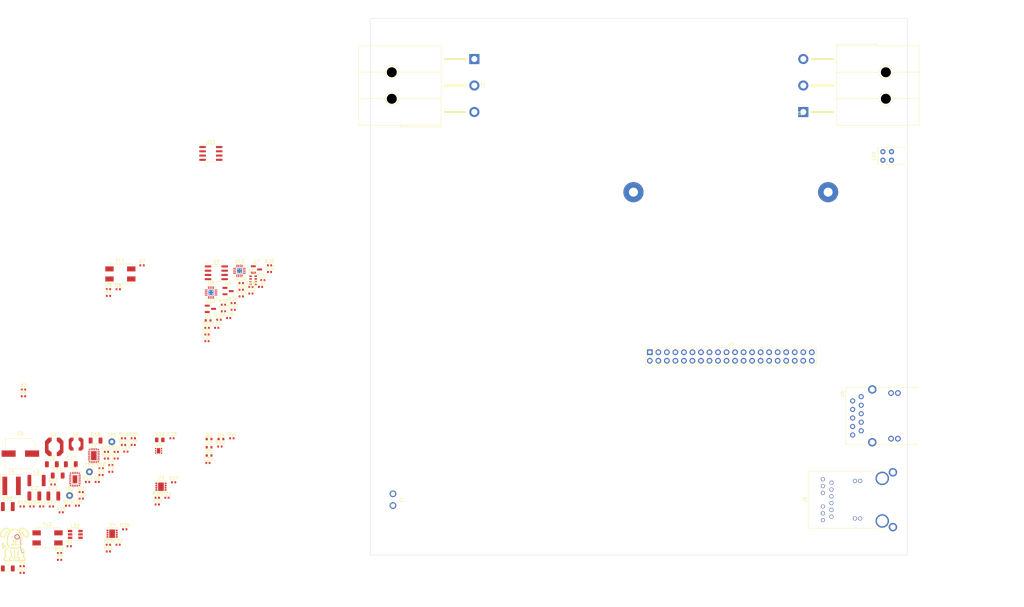
<source format=kicad_pcb>
(kicad_pcb (version 20210108) (generator pcbnew)
  (layers (0 "F.Cu" signal) (31 "B.Cu" signal) (34 "B.Paste" user) (35 "F.Paste" user) (36 "B.SilkS" user "B.Silkscreen") (37 "F.SilkS" user "F.Silkscreen") (38 "B.Mask" user) (39 "F.Mask" user) (44 "Edge.Cuts" user))
  (net 0 "")
  (net 1 "GND")
  (net 2 "/VIN_CLEAN")
  (net 3 "Net-(C1-Pad1)")
  (net 4 "VDD")
  (net 5 "Net-(C1-Pad2)")
  (net 6 "Net-(C6-Pad1)")
  (net 7 "Net-(C4-Pad2)")
  (net 8 "+12V")
  (net 9 "Net-(C7-Pad1)")
  (net 10 "Net-(C8-Pad2)")
  (net 11 "Net-(C11-Pad1)")
  (net 12 "Net-(C11-Pad2)")
  (net 13 "+5V")
  (net 14 "/Power Supplies/VIN")
  (net 15 "Net-(C19-Pad1)")
  (net 16 "Net-(C16-Pad2)")
  (net 17 "Net-(C20-Pad1)")
  (net 18 "/PoE Injector/VDD_AP")
  (net 19 "/Network Switch Load Switch/VOUT")
  (net 20 "Net-(C23-Pad1)")
  (net 21 "GNDD")
  (net 22 "/ADC/VBAT")
  (net 23 "Net-(C25-Pad1)")
  (net 24 "Net-(C26-Pad1)")
  (net 25 "/ADC/VDDA")
  (net 26 "Net-(D1-Pad1)")
  (net 27 "Net-(FL1-Pad4)")
  (net 28 "Net-(FL1-Pad2)")
  (net 29 "no_connect_(J1-Pad2)")
  (net 30 "/ADC/CH3")
  (net 31 "/ADC/CH2")
  (net 32 "no_connect_(J2-Pad2)")
  (net 33 "no_connect_(J4-Pad1)")
  (net 34 "no_connect_(J4-Pad7)")
  (net 35 "/PGOOD_5V")
  (net 36 "no_connect_(J4-Pad10)")
  (net 37 "no_connect_(J4-Pad12)")
  (net 38 "no_connect_(J4-Pad19)")
  (net 39 "no_connect_(J4-Pad21)")
  (net 40 "/PoE Injector/D1_N")
  (net 41 "/PoE Injector/D2_N")
  (net 42 "/PoE Injector/D3_N")
  (net 43 "/PoE Injector/D4_N")
  (net 44 "/PoE Injector/D4_P")
  (net 45 "/PoE Injector/D3_P")
  (net 46 "/PoE Injector/D2_P")
  (net 47 "/PoE Injector/D1_P")
  (net 48 "GNDA")
  (net 49 "Net-(L1-Pad1)")
  (net 50 "Net-(L2-Pad1)")
  (net 51 "no_connect_(J4-Pad22)")
  (net 52 "no_connect_(J4-Pad24)")
  (net 53 "Net-(LD1-Pad4)")
  (net 54 "/~FAULT_POE")
  (net 55 "/~EN_POE")
  (net 56 "/PGOOD_POE")
  (net 57 "/~FAULT_SWITCH")
  (net 58 "/~EN_SWITCH")
  (net 59 "/PGOOD_SWITCH")
  (net 60 "/PGOOD_21V")
  (net 61 "+3V3")
  (net 62 "/PGOOD_12V")
  (net 63 "/RGB_RED")
  (net 64 "/RGB_GREEN")
  (net 65 "/RGB_BLUE")
  (net 66 "/SCL")
  (net 67 "/SDA")
  (net 68 "/ADC/CH1")
  (net 69 "/ADC/CH0")
  (net 70 "no_connect_(J4-Pad27)")
  (net 71 "Net-(R21-Pad2)")
  (net 72 "Net-(R24-Pad1)")
  (net 73 "no_connect_(J4-Pad28)")
  (net 74 "no_connect_(J4-Pad32)")
  (net 75 "VCC")
  (net 76 "Net-(U1-Pad6)")
  (net 77 "no_connect_(J4-Pad36)")
  (net 78 "no_connect_(J4-Pad37)")
  (net 79 "no_connect_(J4-Pad38)")
  (net 80 "no_connect_(J4-Pad40)")
  (net 81 "no_connect_(J5-PadL1)")
  (net 82 "no_connect_(J5-PadL2)")
  (net 83 "no_connect_(J5-PadL3)")
  (net 84 "no_connect_(J5-PadL4)")
  (net 85 "no_connect_(J6-Pad6)")
  (net 86 "no_connect_(J6-Pad13)")
  (net 87 "no_connect_(J6-Pad14)")
  (net 88 "Net-(LD1-Pad2)")
  (net 89 "Net-(LD2-Pad4)")
  (net 90 "Net-(LD2-Pad5)")
  (net 91 "Net-(LD2-Pad6)")
  (net 92 "Net-(R15-Pad2)")
  (net 93 "Net-(R18-Pad1)")
  (net 94 "Net-(R37-Pad2)")
  (net 95 "Net-(R42-Pad2)")
  (net 96 "Net-(R43-Pad2)")
  (net 97 "Net-(U8-Pad13)")
  (net 98 "no_connect_(U8-Pad11)")
  (net 99 "no_connect_(U8-Pad10)")
  (net 100 "no_connect_(U8-Pad9)")
  (net 101 "no_connect_(J6-Pad12)")
  (net 102 "no_connect_(U8-Pad7)")
  (net 103 "no_connect_(U8-Pad2)")
  (net 104 "no_connect_(J6-Pad7)")
  (net 105 "no_connect_(J6-Pad1)")
  (net 106 "/Network Switch Load Switch/ISET")
  (net 107 "/PoE Load Switch/ISET")
  (net 108 "no_connect_(U11-Pad3)")
  (net 109 "no_connect_(U11-Pad5)")
  (net 110 "no_connect_(U11-Pad7)")
  (net 111 "Net-(U12-Pad13)")
  (net 112 "no_connect_(U2-Pad16)")
  (net 113 "no_connect_(U12-Pad7)")
  (net 114 "no_connect_(U12-Pad2)")
  (footprint "Resistor_SMD:R_0402_1005Metric" (layer "F.Cu") (at -83.33 125.68)
    (fp_text reference "R2" (at 0 -1.17) (layer "F.SilkS"))
    (fp_text value "47k")
    (pad "1" smd roundrect (at -0.51 0) (size 0.54 0.64) (layers "F.Cu" "F.Paste" "F.Mask") (net 8 "+12V"))
    (pad "2" smd roundrect (at 0.51 0) (size 0.54 0.64) (layers "F.Cu" "F.Paste" "F.Mask") (net 68 "/ADC/CH1"))
  )
  (footprint "Resistor_SMD:R_0402_1005Metric" (layer "F.Cu") (at -21.25 140.19)
    (fp_text reference "R41" (at 0 -1.17) (layer "F.SilkS"))
    (fp_text value "DNF")
    (pad "1" smd roundrect (at -0.51 0) (size 0.54 0.64) (layers "F.Cu" "F.Paste" "F.Mask") (net 61 "+3V3"))
    (pad "2" smd roundrect (at 0.51 0) (size 0.54 0.64) (layers "F.Cu" "F.Paste" "F.Mask") (net 67 "/SDA"))
  )
  (footprint "Resistor_SMD:R_0402_1005Metric" (layer "F.Cu") (at -70.16 160.28)
    (fp_text reference "R15" (at 0 -1.17) (layer "F.SilkS"))
    (fp_text value "DNF")
    (pad "1" smd roundrect (at -0.51 0) (size 0.54 0.64) (layers "F.Cu" "F.Paste" "F.Mask") (net 2 "/VIN_CLEAN"))
    (pad "2" smd roundrect (at 0.51 0) (size 0.54 0.64) (layers "F.Cu" "F.Paste" "F.Mask") (net 92 "Net-(R15-Pad2)"))
  )
  (footprint "Resistor_SMD:R_0402_1005Metric" (layer "F.Cu") (at -58.61 144.24)
    (fp_text reference "R23" (at 0 -1.17) (layer "F.SilkS"))
    (fp_text value "4k7")
    (pad "1" smd roundrect (at -0.51 0) (size 0.54 0.64) (layers "F.Cu" "F.Paste" "F.Mask") (net 71 "Net-(R21-Pad2)"))
    (pad "2" smd roundrect (at 0.51 0) (size 0.54 0.64) (layers "F.Cu" "F.Paste" "F.Mask") (net 1 "GND"))
  )
  (footprint "Resistor_SMD:R_0402_1005Metric" (layer "F.Cu") (at -18.46 97.89)
    (fp_text reference "R43" (at 0 -1.17) (layer "F.SilkS"))
    (fp_text value "10k")
    (pad "1" smd roundrect (at -0.51 0) (size 0.54 0.64) (layers "F.Cu" "F.Paste" "F.Mask") (net 61 "+3V3"))
    (pad "2" smd roundrect (at 0.51 0) (size 0.54 0.64) (layers "F.Cu" "F.Paste" "F.Mask") (net 96 "Net-(R43-Pad2)"))
  )
  (footprint "IC_WUT:LQFN-20-1EP_3x4mm_P0.5mm_EP1.65x2.65mm" (layer "F.Cu") (at -62.375 145.355)
    (fp_text reference "U2" (at 0 -3.25) (layer "F.SilkS"))
    (fp_text value "LT8636" hide)
    (pad "" smd rect (at -1.3125 -1.8125 270) (size 0.375 0.375) (layers "F.Cu" "F.Paste" "F.Mask"))
    (pad "" smd rect (at 1.3125 1.8125 270) (size 0.375 0.375) (layers "F.Cu" "F.Paste" "F.Mask"))
    (pad "" smd rect (at -1.3125 1.8125 270) (size 0.375 0.375) (layers "F.Cu" "F.Paste" "F.Mask"))
    (pad "" smd rect (at 1.3125 -1.8125 270) (size 0.375 0.375) (layers "F.Cu" "F.Paste" "F.Mask"))
    (pad "1" smd rect (at -1.4 -1.25 180) (size 0.7 0.25) (layers "F.Cu" "F.Paste" "F.Mask") (net 35 "/PGOOD_5V"))
    (pad "2" smd rect (at -1.4 -0.75 180) (size 0.7 0.25) (layers "F.Cu" "F.Paste" "F.Mask") (net 13 "+5V"))
    (pad "3" smd rect (at -1.4 -0.25 180) (size 0.7 0.25) (layers "F.Cu" "F.Paste" "F.Mask") (net 15 "Net-(C19-Pad1)"))
    (pad "4" smd rect (at -1.4 0.25 180) (size 0.7 0.25) (layers "F.Cu" "F.Paste" "F.Mask") (net 1 "GND"))
    (pad "5" smd rect (at -1.4 0.75 180) (size 0.7 0.25) (layers "F.Cu" "F.Paste" "F.Mask"))
    (pad "6" smd rect (at -1.4 1.25 180) (size 0.7 0.25) (layers "F.Cu" "F.Paste" "F.Mask") (net 2 "/VIN_CLEAN"))
    (pad "7" smd rect (at -0.75 1.9 270) (size 0.7 0.25) (layers "F.Cu" "F.Paste" "F.Mask") (net 11 "Net-(C11-Pad1)"))
    (pad "8" smd rect (at -0.25 1.9 270) (size 0.7 0.25) (layers "F.Cu" "F.Paste" "F.Mask") (net 12 "Net-(C11-Pad2)"))
    (pad "9" smd rect (at 0.25 1.9 270) (size 0.7 0.25) (layers "F.Cu" "F.Paste" "F.Mask") (net 12 "Net-(C11-Pad2)"))
    (pad "10" smd rect (at 0.75 1.9 270) (size 0.7 0.25) (layers "F.Cu" "F.Paste" "F.Mask") (net 12 "Net-(C11-Pad2)"))
    (pad "11" smd rect (at 1.4 1.25 180) (size 0.7 0.25) (layers "F.Cu" "F.Paste" "F.Mask") (net 2 "/VIN_CLEAN"))
    (pad "12" smd rect (at 1.4 0.75 180) (size 0.7 0.25) (layers "F.Cu" "F.Paste" "F.Mask"))
    (pad "13" smd rect (at 1.4 0.25 180) (size 0.7 0.25) (layers "F.Cu" "F.Paste" "F.Mask") (net 1 "GND"))
    (pad "14" smd rect (at 1.4 -0.25 180) (size 0.7 0.25) (layers "F.Cu" "F.Paste" "F.Mask") (net 71 "Net-(R21-Pad2)"))
    (pad "15" smd rect (at 1.4 -0.75 180) (size 0.7 0.25) (layers "F.Cu" "F.Paste" "F.Mask") (net 76 "Net-(U1-Pad6)"))
    (pad "16" smd rect (at 1.4 -1.25 180) (size 0.7 0.25) (layers "F.Cu" "F.Paste" "F.Mask") (net 112 "no_connect_(U2-Pad16)"))
    (pad "17" smd rect (at 0.75 -1.9 90) (size 0.7 0.25) (layers "F.Cu" "F.Paste" "F.Mask") (net 72 "Net-(R24-Pad1)"))
    (pad "18" smd rect (at 0.25 -1.9 90) (size 0.7 0.25) (layers "F.Cu" "F.Paste" "F.Mask") (net 17 "Net-(C20-Pad1)"))
    (pad "19" smd rect (at -0.25 -1.9 90) (size 0.7 0.25) (layers "F.Cu" "F.Paste" "F.Mask") (net 16 "Net-(C16-Pad2)"))
    (pad "20" smd rect (at -0.75 -1.9 90) (size 0.7 0.25) (layers "F.Cu" "F.Paste" "F.Mask") (net 16 "Net-(C16-Pad2)"))
    (pad "21" smd rect (at 0 0) (size 1.65 2.65) (layers "F.Cu" "F.Paste" "F.Mask") (net 1 "GND"))
  )
  (footprint "Resistor_SMD:R_0402_1005Metric" (layer "F.Cu") (at -43.47 159.92)
    (fp_text reference "R28" (at 0 -1.17) (layer "F.SilkS"))
    (fp_text value "10K")
    (pad "1" smd roundrect (at -0.51 0) (size 0.54 0.64) (layers "F.Cu" "F.Paste" "F.Mask") (net 61 "+3V3"))
    (pad "2" smd roundrect (at 0.51 0) (size 0.54 0.64) (layers "F.Cu" "F.Paste" "F.Mask") (net 58 "/~EN_SWITCH"))
  )
  (footprint "Capacitor_SMD:C_1206_3216Metric" (layer "F.Cu") (at -88 179)
    (fp_text reference "C1" (at 0 -1.85) (layer "F.SilkS"))
    (fp_text value "47u")
    (pad "1" smd roundrect (at -1.475 0) (size 1.15 1.8) (layers "F.Cu" "F.Paste" "F.Mask") (roundrect_rratio 0.217391) (net 3 "Net-(C1-Pad1)"))
    (pad "2" smd roundrect (at 1.475 0) (size 1.15 1.8) (layers "F.Cu" "F.Paste" "F.Mask") (roundrect_rratio 0.217391) (net 5 "Net-(C1-Pad2)"))
  )
  (footprint "Connector_WUT:Connector_RJ45_Magjack_Abracon_ARJM11D7-502-AB-EW2" (layer "F.Cu") (at 172.6 133.5 90)
    (fp_text reference "J5" (at 6.5 -12 90) (layer "F.SilkS"))
    (fp_text value "Connector_RJ45_Magjack_Abracon_ARJM11D7-502-AB-EW2")
    (pad "" np_thru_hole circle (at 5.715 0 90) (size 3.25 3.25) (drill 3.25) (layers *.Cu *.Mask))
    (pad "" np_thru_hole circle (at -5.715 0 90) (size 3.25 3.25) (drill 3.25) (layers *.Cu *.Mask))
    (pad "1" thru_hole circle (at 5.715 -6.35 90) (size 1.5 1.5) (drill 0.89) (layers *.Cu *.Mask) (net 47 "/PoE Injector/D1_P"))
    (pad "2" thru_hole circle (at 4.445 -8.89 90) (size 1.5 1.5) (drill 0.89) (layers *.Cu *.Mask) (net 40 "/PoE Injector/D1_N"))
    (pad "3" thru_hole circle (at 3.175 -6.35 90) (size 1.5 1.5) (drill 0.89) (layers *.Cu *.Mask) (net 46 "/PoE Injector/D2_P"))
    (pad "4" thru_hole circle (at 1.905 -8.89 90) (size 1.5 1.5) (drill 0.89) (layers *.Cu *.Mask) (net 41 "/PoE Injector/D2_N"))
    (pad "5" thru_hole circle (at 0.635 -6.35 90) (size 1.5 1.5) (drill 0.89) (layers *.Cu *.Mask) (net 20 "Net-(C23-Pad1)"))
    (pad "6" thru_hole circle (at -0.635 -8.89 90) (size 1.5 1.5) (drill 0.89) (layers *.Cu *.Mask) (net 20 "Net-(C23-Pad1)"))
    (pad "7" thru_hole circle (at -1.905 -6.35 90) (size 1.5 1.5) (drill 0.89) (layers *.Cu *.Mask) (net 45 "/PoE Injector/D3_P"))
    (pad "8" thru_hole circle (at -3.175 -8.89 90) (size 1.5 1.5) (drill 0.89) (layers *.Cu *.Mask) (net 42 "/PoE Injector/D3_N"))
    (pad "9" thru_hole circle (at -4.445 -6.35 90) (size 1.5 1.5) (drill 0.89) (layers *.Cu *.Mask) (net 44 "/PoE Injector/D4_P"))
    (pad "10" thru_hole circle (at -5.715 -8.89 90) (size 1.5 1.5) (drill 0.89) (layers *.Cu *.Mask) (net 43 "/PoE Injector/D4_N"))
    (pad "11" thru_hole circle (at 7.875 -3.05 90) (size 2.5 2.5) (drill 1.57) (layers *.Cu *.Mask) (net 48 "GNDA"))
    (pad "11" thru_hole circle (at -7.875 -3.05 90) (size 2.5 2.5) (drill 1.57) (layers *.Cu *.Mask) (net 48 "GNDA"))
    (pad "L1" thru_hole circle (at -6.8 2.55 90) (size 1.7 1.7) (drill 1.02) (layers *.Cu *.Mask) (net 81 "no_connect_(J5-PadL1)"))
    (pad "L2" thru_hole circle (at -6.8 4.58 90) (size 1.7 1.7) (drill 1.02) (layers *.Cu *.Mask) (net 82 "no_connect_(J5-PadL2)"))
    (pad "L3" thru_hole circle (at 6.8 2.55 90) (size 1.7 1.7) (drill 1.02) (layers *.Cu *.Mask) (net 83 "no_connect_(J5-PadL3)"))
    (pad "L4" thru_hole circle (at 6.8 4.58 90) (size 1.7 1.7) (drill 1.02) (layers *.Cu *.Mask) (net 84 "no_connect_(J5-PadL4)"))
  )
  (footprint "Capacitor_SMD:C_0402_1005Metric" (layer "F.Cu") (at -55.72 146.22)
    (fp_text reference "C11" (at 0 -1.16) (layer "F.SilkS"))
    (fp_text value "100n")
    (pad "1" smd roundrect (at -0.48 0) (size 0.56 0.62) (layers "F.Cu" "F.Paste" "F.Mask") (net 11 "Net-(C11-Pad1)"))
    (pad "2" smd roundrect (at 0.48 0) (size 0.56 0.62) (layers "F.Cu" "F.Paste" "F.Mask") (net 12 "Net-(C11-Pad2)"))
  )
  (footprint "LED_WUT:LED_Cree_CLX6E-FKC" (layer "F.Cu") (at -67.89 168.85)
    (fp_text reference "LD2" (at 0 -2.55 180) (layer "F.SilkS"))
    (fp_text value "LED_Cree_CLX6E-FKC")
    (pad "1" smd rect (at -1.55 -1 90) (size 0.7 1.3) (layers "F.Cu" "F.Paste" "F.Mask") (net 1 "GND"))
    (pad "2" smd rect (at -1.55 0 90) (size 0.7 1.3) (layers "F.Cu" "F.Paste" "F.Mask") (net 1 "GND"))
    (pad "3" smd rect (at -1.55 1 90) (size 0.7 1.3) (layers "F.Cu" "F.Paste" "F.Mask") (net 1 "GND"))
    (pad "4" smd rect (at 1.55 1 90) (size 0.7 1.3) (layers "F.Cu" "F.Paste" "F.Mask") (net 89 "Net-(LD2-Pad4)"))
    (pad "5" smd rect (at 1.55 0 90) (size 0.7 1.3) (layers "F.Cu" "F.Paste" "F.Mask") (net 90 "Net-(LD2-Pad5)"))
    (pad "6" smd rect (at 1.55 -1 90) (size 0.7 1.3) (layers "F.Cu" "F.Paste" "F.Mask") (net 91 "Net-(LD2-Pad6)"))
  )
  (footprint "Resistor_SMD:R_0402_1005Metric" (layer "F.Cu") (at -24.8 142.64)
    (fp_text reference "R40" (at 0 -1.17) (layer "F.SilkS"))
    (fp_text value "DNF")
    (pad "1" smd roundrect (at -0.51 0) (size 0.54 0.64) (layers "F.Cu" "F.Paste" "F.Mask") (net 61 "+3V3"))
    (pad "2" smd roundrect (at 0.51 0) (size 0.54 0.64) (layers "F.Cu" "F.Paste" "F.Mask") (net 66 "/SCL"))
  )
  (footprint "IC_WUT:LQFN-20-1EP_3x4mm_P0.5mm_EP1.4x2.4mm" (layer "F.Cu") (at -68.005 152.425)
    (fp_text reference "U1" (at 0 -3.25) (layer "F.SilkS"))
    (fp_text value "LT8653S" hide)
    (pad "" smd rect (at 1.3125 1.8125 270) (size 0.375 0.375) (layers "F.Cu" "F.Paste" "F.Mask"))
    (pad "" smd rect (at -1.3125 1.8125 270) (size 0.375 0.375) (layers "F.Cu" "F.Paste" "F.Mask"))
    (pad "" smd rect (at -1.3125 -1.8125 270) (size 0.375 0.375) (layers "F.Cu" "F.Paste" "F.Mask"))
    (pad "" smd rect (at 1.3125 -1.8125 270) (size 0.375 0.375) (layers "F.Cu" "F.Paste" "F.Mask"))
    (pad "1" smd rect (at -1.4 -1.25 180) (size 0.7 0.25) (layers "F.Cu" "F.Paste" "F.Mask") (net 1 "GND"))
    (pad "2" smd rect (at -1.4 -0.75 180) (size 0.7 0.25) (layers "F.Cu" "F.Paste" "F.Mask") (net 1 "GND"))
    (pad "3" smd rect (at -1.4 -0.25 180) (size 0.7 0.25) (layers "F.Cu" "F.Paste" "F.Mask") (net 62 "/PGOOD_12V"))
    (pad "4" smd rect (at -1.4 0.25 180) (size 0.7 0.25) (layers "F.Cu" "F.Paste" "F.Mask") (net 60 "/PGOOD_21V"))
    (pad "5" smd rect (at -1.4 0.75 180) (size 0.7 0.25) (layers "F.Cu" "F.Paste" "F.Mask") (net 92 "Net-(R15-Pad2)"))
    (pad "6" smd rect (at -1.4 1.25 180) (size 0.7 0.25) (layers "F.Cu" "F.Paste" "F.Mask") (net 76 "Net-(U1-Pad6)"))
    (pad "7" smd rect (at -0.75 1.9 270) (size 0.7 0.25) (layers "F.Cu" "F.Paste" "F.Mask") (net 49 "Net-(L1-Pad1)"))
    (pad "8" smd rect (at -0.25 1.9 270) (size 0.7 0.25) (layers "F.Cu" "F.Paste" "F.Mask") (net 50 "Net-(L2-Pad1)"))
    (pad "9" smd rect (at 0.25 1.9 270) (size 0.7 0.25) (layers "F.Cu" "F.Paste" "F.Mask") (net 75 "VCC"))
    (pad "10" smd rect (at 0.75 1.9 270) (size 0.7 0.25) (layers "F.Cu" "F.Paste" "F.Mask") (net 8 "+12V"))
    (pad "11" smd rect (at 1.4 1.25 180) (size 0.7 0.25) (layers "F.Cu" "F.Paste" "F.Mask") (net 75 "VCC"))
    (pad "12" smd rect (at 1.4 0.75 180) (size 0.7 0.25) (layers "F.Cu" "F.Paste" "F.Mask") (net 7 "Net-(C4-Pad2)"))
    (pad "13" smd rect (at 1.4 0.25 180) (size 0.7 0.25) (layers "F.Cu" "F.Paste" "F.Mask") (net 6 "Net-(C6-Pad1)"))
    (pad "14" smd rect (at 1.4 -0.25 180) (size 0.7 0.25) (layers "F.Cu" "F.Paste" "F.Mask") (net 9 "Net-(C7-Pad1)"))
    (pad "15" smd rect (at 1.4 -0.75 180) (size 0.7 0.25) (layers "F.Cu" "F.Paste" "F.Mask") (net 10 "Net-(C8-Pad2)"))
    (pad "16" smd rect (at 1.4 -1.25 180) (size 0.7 0.25) (layers "F.Cu" "F.Paste" "F.Mask") (net 75 "VCC"))
    (pad "17" smd rect (at 0.75 -1.9 90) (size 0.7 0.25) (layers "F.Cu" "F.Paste" "F.Mask") (net 93 "Net-(R18-Pad1)"))
    (pad "18" smd rect (at 0.25 -1.9 90) (size 0.7 0.25) (layers "F.Cu" "F.Paste" "F.Mask") (net 35 "/PGOOD_5V"))
    (pad "19" smd rect (at -0.25 -1.9 90) (size 0.7 0.25) (layers "F.Cu" "F.Paste" "F.Mask") (net 2 "/VIN_CLEAN"))
    (pad "20" smd rect (at -0.75 -1.9 90) (size 0.7 0.25) (layers "F.Cu" "F.Paste" "F.Mask") (net 2 "/VIN_CLEAN"))
    (pad "21" smd rect (at 0 0) (size 1.4 2.4) (layers "F.Cu" "F.Paste" "F.Mask") (net 1 "GND"))
  )
  (footprint "Resistor_SMD:R_0402_1005Metric" (layer "F.Cu") (at -60.19 149.16)
    (fp_text reference "R18" (at 0 -1.17) (layer "F.SilkS"))
    (fp_text value "15k")
    (pad "1" smd roundrect (at -0.51 0) (size 0.54 0.64) (layers "F.Cu" "F.Paste" "F.Mask") (net 93 "Net-(R18-Pad1)"))
    (pad "2" smd roundrect (at 0.51 0) (size 0.54 0.64) (layers "F.Cu" "F.Paste" "F.Mask") (net 1 "GND"))
  )
  (footprint "Resistor_SMD:R_0402_1005Metric" (layer "F.Cu") (at -28.64 107.26)
    (fp_text reference "R42" (at 0 -1.17) (layer "F.SilkS"))
    (fp_text value "10k")
    (pad "1" smd roundrect (at -0.51 0) (size 0.54 0.64) (layers "F.Cu" "F.Paste" "F.Mask") (net 61 "+3V3"))
    (pad "2" smd roundrect (at 0.51 0) (size 0.54 0.64) (layers "F.Cu" "F.Paste" "F.Mask") (net 95 "Net-(R42-Pad2)"))
  )
  (footprint "Capacitor_WUT:Wurth_WCAP_PSHP" (layer "F.Cu") (at -84.265 144.755)
    (fp_text reference "C5" (at 0 -6) (layer "F.SilkS"))
    (fp_text value "100u")
    (pad "1" smd rect (at 3.5 0) (size 4.2 1.9) (layers "F.Cu" "F.Paste" "F.Mask") (net 4 "VDD"))
    (pad "2" smd rect (at -3.5 0) (size 4.2 1.9) (layers "F.Cu" "F.Paste" "F.Mask") (net 1 "GND"))
  )
  (footprint "Resistor_SMD:R_0402_1005Metric" (layer "F.Cu") (at -80.81 160.51)
    (fp_text reference "R20" (at 0 -1.17) (layer "F.SilkS"))
    (fp_text value "71k5")
    (pad "1" smd roundrect (at -0.51 0) (size 0.54 0.64) (layers "F.Cu" "F.Paste" "F.Mask") (net 10 "Net-(C8-Pad2)"))
    (pad "2" smd roundrect (at 0.51 0) (size 0.54 0.64) (layers "F.Cu" "F.Paste" "F.Mask") (net 1 "GND"))
  )
  (footprint "IC_WUT:WDFN-8-1EP_3x3mm_P0.65mm_EP1.7x2.52mm" (layer "F.Cu") (at -42.365 154.625)
    (fp_text reference "U3" (at 0 -2.75) (layer "F.SilkS"))
    (fp_text value "FPF2701MPX" hide)
    (pad "1" smd rect (at -1.37 -0.975) (size 0.56 0.47) (layers "F.Cu" "F.Paste" "F.Mask") (net 8 "+12V"))
    (pad "2" smd rect (at -1.37 -0.325) (size 0.56 0.47) (layers "F.Cu" "F.Paste" "F.Mask") (net 59 "/PGOOD_SWITCH"))
    (pad "3" smd rect (at -1.37 0.325) (size 0.56 0.47) (layers "F.Cu" "F.Paste" "F.Mask") (net 106 "/Network Switch Load Switch/ISET"))
    (pad "4" smd rect (at -1.37 0.975) (size 0.56 0.47) (layers "F.Cu" "F.Paste" "F.Mask") (net 58 "/~EN_SWITCH"))
    (pad "5" smd rect (at 1.37 0.975) (size 0.56 0.47) (layers "F.Cu" "F.Paste" "F.Mask") (net 1 "GND"))
    (pad "6" smd rect (at 1.37 0.325) (size 0.56 0.47) (layers "F.Cu" "F.Paste" "F.Mask"))
    (pad "7" smd rect (at 1.37 -0.325) (size 0.56 0.47) (layers "F.Cu" "F.Paste" "F.Mask") (net 57 "/~FAULT_SWITCH"))
    (pad "8" smd rect (at 1.37 -0.975) (size 0.56 0.47) (layers "F.Cu" "F.Paste" "F.Mask") (net 19 "/Network Switch Load Switch/VOUT"))
    (pad "9" smd rect (at 0 0) (size 1.7 2.52) (layers "F.Cu" "F.Paste" "F.Mask") (net 1 "GND"))
  )
  (footprint "Capacitor_SMD:C_0402_1005Metric" (layer "F.Cu") (at -20.86 101.86)
    (fp_text reference "C32" (at 0 -1.16) (layer "F.SilkS"))
    (fp_text value "100n")
    (pad "1" smd roundrect (at -0.48 0) (size 0.56 0.62) (layers "F.Cu" "F.Paste" "F.Mask") (net 25 "/ADC/VDDA"))
    (pad "2" smd roundrect (at 0.48 0) (size 0.56 0.62) (layers "F.Cu" "F.Paste" "F.Mask") (net 1 "GND"))
  )
  (footprint "Capacitor_SMD:C_0402_1005Metric" (layer "F.Cu") (at -15.57 95.05)
    (fp_text reference "C28" (at 0 -1.16) (layer "F.SilkS"))
    (fp_text value "100n")
    (pad "1" smd roundrect (at -0.48 0) (size 0.56 0.62) (layers "F.Cu" "F.Paste" "F.Mask") (net 23 "Net-(C25-Pad1)"))
    (pad "2" smd roundrect (at 0.48 0) (size 0.56 0.62) (layers "F.Cu" "F.Paste" "F.Mask") (net 21 "GNDD"))
  )
  (footprint "Modules_WUT:Raspberry_Pi_4B" (layer "F.Cu") (at 127.4 115.8)
    (fp_text reference "J4" (at 0.12 -3.77 unlocked) (layer "F.SilkS"))
    (fp_text value "Raspberry_Pi_4B")
    (pad "" thru_hole circle (at 29 -49 270) (size 6 6) (drill 2.7) (layers *.Cu *.Mask))
    (pad "" thru_hole circle (at -29 -49 270) (size 6 6) (drill 2.7) (layers *.Cu *.Mask))
    (pad "1" thru_hole rect (at -24.13 -1.27 90) (size 1.7 1.7) (drill 1) (layers *.Cu *.Mask) (net 33 "no_connect_(J4-Pad1)"))
    (pad "2" thru_hole oval (at -24.13 1.27 90) (size 1.7 1.7) (drill 1) (layers *.Cu *.Mask) (net 13 "+5V"))
    (pad "3" thru_hole oval (at -21.59 -1.27 90) (size 1.7 1.7) (drill 1) (layers *.Cu *.Mask) (net 67 "/SDA"))
    (pad "4" thru_hole oval (at -21.59 1.27 90) (size 1.7 1.7) (drill 1) (layers *.Cu *.Mask) (net 13 "+5V"))
    (pad "5" thru_hole oval (at -19.05 -1.27 90) (size 1.7 1.7) (drill 1) (layers *.Cu *.Mask) (net 66 "/SCL"))
    (pad "6" thru_hole oval (at -19.05 1.27 90) (size 1.7 1.7) (drill 1) (layers *.Cu *.Mask) (net 1 "GND"))
    (pad "7" thru_hole oval (at -16.51 -1.27 90) (size 1.7 1.7) (drill 1) (layers *.Cu *.Mask) (net 34 "no_connect_(J4-Pad7)"))
    (pad "8" thru_hole oval (at -16.51 1.27 90) (size 1.7 1.7) (drill 1) (layers *.Cu *.Mask) (net 35 "/PGOOD_5V"))
    (pad "9" thru_hole oval (at -13.97 -1.27 90) (size 1.7 1.7) (drill 1) (layers *.Cu *.Mask) (net 1 "GND"))
    (pad "10" thru_hole oval (at -13.97 1.27 90) (size 1.7 1.7) (drill 1) (layers *.Cu *.Mask) (net 36 "no_connect_(J4-Pad10)"))
    (pad "11" thru_hole oval (at -11.43 -1.27 90) (size 1.7 1.7) (drill 1) (layers *.Cu *.Mask) (net 65 "/RGB_BLUE"))
    (pad "12" thru_hole oval (at -11.43 1.27 90) (size 1.7 1.7) (drill 1) (layers *.Cu *.Mask) (net 37 "no_connect_(J4-Pad12)"))
    (pad "13" thru_hole oval (at -8.89 -1.27 90) (size 1.7 1.7) (drill 1) (layers *.Cu *.Mask) (net 64 "/RGB_GREEN"))
    (pad "14" thru_hole oval (at -8.89 1.27 90) (size 1.7 1.7) (drill 1) (layers *.Cu *.Mask) (net 1 "GND"))
    (pad "15" thru_hole oval (at -6.35 -1.27 90) (size 1.7 1.7) (drill 1) (layers *.Cu *.Mask) (net 63 "/RGB_RED"))
    (pad "16" thru_hole oval (at -6.35 1.27 90) (size 1.7 1.7) (drill 1) (layers *.Cu *.Mask) (net 62 "/PGOOD_12V"))
    (pad "17" thru_hole oval (at -3.81 -1.27 90) (size 1.7 1.7) (drill 1) (layers *.Cu *.Mask) (net 61 "+3V3"))
    (pad "18" thru_hole oval (at -3.81 1.27 90) (size 1.7 1.7) (drill 1) (layers *.Cu *.Mask) (net 60 "/PGOOD_21V"))
    (pad "19" thru_hole oval (at -1.27 -1.27 90) (size 1.7 1.7) (drill 1) (layers *.Cu *.Mask) (net 38 "no_connect_(J4-Pad19)"))
    (pad "20" thru_hole oval (at -1.27 1.27 90) (size 1.7 1.7) (drill 1) (layers *.Cu *.Mask) (net 1 "GND"))
    (pad "21" thru_hole oval (at 1.27 -1.27 90) (size 1.7 1.7) (drill 1) (layers *.Cu *.Mask) (net 39 "no_connect_(J4-Pad21)"))
    (pad "22" thru_hole oval (at 1.27 1.27 90) (size 1.7 1.7) (drill 1) (layers *.Cu *.Mask) (net 51 "no_connect_(J4-Pad22)"))
    (pad "23" thru_hole oval (at 3.81 -1.27 90) (size 1.7 1.7) (drill 1) (layers *.Cu *.Mask) (net 59 "/PGOOD_SWITCH"))
    (pad "24" thru_hole oval (at 3.81 1.27 90) (size 1.7 1.7) (drill 1) (layers *.Cu *.Mask) (net 52 "no_connect_(J4-Pad24)"))
    (pad "25" thru_hole oval (at 6.35 -1.27 90) (size 1.7 1.7) (drill 1) (layers *.Cu *.Mask) (net 1 "GND"))
    (pad "26" thru_hole oval (at 6.35 1.27 90) (size 1.7 1.7) (drill 1) (layers *.Cu *.Mask) (net 58 "/~EN_SWITCH"))
    (pad "27" thru_hole oval (at 8.89 -1.27 90) (size 1.7 1.7) (drill 1) (layers *.Cu *.Mask) (net 70 "no_connect_(J4-Pad27)"))
    (pad "28" thru_hole oval (at 8.89 1.27 90) (size 1.7 1.7) (drill 1) (layers *.Cu *.Mask) (net 73 "no_connect_(J4-Pad28)"))
    (pad "29" thru_hole oval (at 11.43 -1.27 90) (size 1.7 1.7) (drill 1) (layers *.Cu *.Mask) (net 57 "/~FAULT_SWITCH"))
    (pad "30" thru_hole oval (at 11.43 1.27 90) (size 1.7 1.7) (drill 1) (layers *.Cu *.Mask) (net 1 "GND"))
    (pad "31" thru_hole oval (at 13.97 -1.27 90) (size 1.7 1.7) (drill 1) (layers *.Cu *.Mask) (net 56 "/PGOOD_POE"))
    (pad "32" thru_hole oval (at 13.97 1.27 90) (size 1.7 1.7) (drill 1) (layers *.Cu *.Mask) (net 74 "no_connect_(J4-Pad32)"))
    (pad "33" thru_hole oval (at 16.51 -1.27 90) (size 1.7 1.7) (drill 1) (layers *.Cu *.Mask) (net 55 "/~EN_POE"))
    (pad "34" thru_hole oval (at 16.51 1.27 90) (size 1.7 1.7) (drill 1) (layers *.Cu *.Mask) (net 1 "GND"))
    (pad "35" thru_hole oval (at 19.05 -1.27 90) (size 1.7 1.7) (drill 1) (layers *.Cu *.Mask) (net 54 "/~FAULT_POE"))
    (pad "36" thru_hole oval (at 19.05 1.27 90) (size 1.7 1.7) (drill 1) (layers *.Cu *.Mask) (net 77 "no_connect_(J4-Pad36)"))
    (pad "37" thru_hole oval (at 21.59 -1.27 90) (size 1.7 1.7) (drill 1) (layers *.Cu *.Mask) (net 78 "no_connect_(J4-Pad37)"))
    (pad "38" thru_hole oval (at 21.59 1.27 90) (size 1.7 1.7) (drill 1) (layers *.Cu *.Mask) (net 79 "no_connect_(J4-Pad38)"))
    (pad "39" thru_hole oval (at 24.13 -1.27 90) (size 1.7 1.7) (drill 1) (layers *.Cu *.Mask) (net 1 "GND"))
    (pad "40" thru_hole oval (at 24.13 1.27 90) (size 1.7 1.7) (drill 1) (layers *.Cu *.Mask) (net 80 "no_connect_(J4-Pad40)"))
  )
  (footprint "Capacitor_SMD:C_0402_1005Metric" (layer "F.Cu") (at -40.58 157.92)
    (fp_text reference "C21" (at 0 -1.16) (layer "F.SilkS"))
    (fp_text value "1u")
    (pad "1" smd roundrect (at -0.48 0) (size 0.56 0.62) (layers "F.Cu" "F.Paste" "F.Mask") (net 19 "/Network Switch Load Switch/VOUT"))
    (pad "2" smd roundrect (at 0.48 0) (size 0.56 0.62) (layers "F.Cu" "F.Paste" "F.Mask") (net 1 "GND"))
  )
  (footprint "Resistor_SMD:R_0402_1005Metric" (layer "F.Cu") (at -43.47 157.93)
    (fp_text reference "R26" (at 0 -1.17) (layer "F.SilkS"))
    (fp_text value "10K")
    (pad "1" smd roundrect (at -0.51 0) (size 0.54 0.64) (layers "F.Cu" "F.Paste" "F.Mask") (net 61 "+3V3"))
    (pad "2" smd roundrect (at 0.51 0) (size 0.54 0.64) (layers "F.Cu" "F.Paste" "F.Mask") (net 57 "/~FAULT_SWITCH"))
  )
  (footprint "Resistor_SMD:R_0402_1005Metric" (layer "F.Cu") (at -83.33 127.67)
    (fp_text reference "R4" (at 0 -1.17) (layer "F.SilkS"))
    (fp_text value "100k")
    (pad "1" smd roundrect (at -0.51 0) (size 0.54 0.64) (layers "F.Cu" "F.Paste" "F.Mask") (net 2 "/VIN_CLEAN"))
    (pad "2" smd roundrect (at 0.51 0) (size 0.54 0.64) (layers "F.Cu" "F.Paste" "F.Mask") (net 30 "/ADC/CH3"))
  )
  (footprint "Connector_WUT:Weidmuller_SL3.5-2-90G" (layer "F.Cu") (at 26.75 158.5 -90)
    (fp_text reference "J3" (at 0 -2.54 -90 unlocked) (layer "F.SilkS"))
    (fp_text value "Conn_01x02_Male")
    (pad "1" thru_hole circle (at -1.75 0 270) (size 2 2) (drill 1.3) (layers *.Cu *.Mask) (net 3 "Net-(C1-Pad1)"))
    (pad "2" thru_hole circle (at 1.75 0 270) (size 2 2) (drill 1.3) (layers *.Cu *.Mask) (net 5 "Net-(C1-Pad2)"))
  )
  (footprint "Resistor_SMD:R_0805_2012Metric" (layer "F.Cu") (at -42.72 140.67)
    (fp_text reference "R32" (at 0 -1.65) (layer "F.SilkS"))
    (fp_text value "DNF")
    (pad "1" smd roundrect (at -0.9125 0) (size 1.025 1.4) (layers "F.Cu" "F.Paste" "F.Mask") (roundrect_rratio 0.243902) (net 1 "GND"))
    (pad "2" smd roundrect (at 0.9125 0) (size 1.025 1.4) (layers "F.Cu" "F.Paste" "F.Mask") (roundrect_rratio 0.243902) (net 48 "GNDA"))
  )
  (footprint "Connector_WUT:Powerpole_PP30-with-1377G2-PCB-pins-25A_3WAY" (layer "F.Cu") (at 149 35 -90)
    (fp_text reference "J1" (at 8.25 1 90) (layer "F.SilkS"))
    (fp_text value "Conn_01x03_Male")
    (pad "" np_thru_hole circle (at 3.95 -24.6 270) (size 3 3) (drill 3) (layers *.Mask))
    (pad "" np_thru_hole circle (at -3.95 -24.6 270) (size 3 3) (drill 3) (layers *.Mask))
    (pad "1" thru_hole rect (at 7.9 0 270) (size 3 3) (drill 1.8) (layers *.Cu *.Mask) (net 14 "/Power Supplies/VIN"))
    (pad "2" thru_hole circle (at 0 0 270) (size 3 3) (drill 1.8) (layers *.Cu *.Mask) (net 29 "no_connect_(J1-Pad2)"))
    (pad "3" thru_hole circle (at -7.9 0 270) (size 3 3) (drill 1.8) (layers *.Cu *.Mask) (net 1 "GND"))
  )
  (footprint "Package_TO_SOT_SMD:SOT-23" (layer "F.Cu") (at -13.91 89.85)
    (fp_text reference "U7" (at 0 -2.4) (layer "F.SilkS"))
    (fp_text value "LM4040DBZ-3")
    (pad "1" smd roundrect (at -0.9375 -0.95) (size 1.475 0.6) (layers "F.Cu" "F.Paste" "F.Mask") (net 24 "Net-(C26-Pad1)"))
    (pad "2" smd roundrect (at -0.9375 0.95) (size 1.475 0.6) (layers "F.Cu" "F.Paste" "F.Mask") (net 21 "GNDD"))
    (pad "3" smd roundrect (at 0.9375 0) (size 1.475 0.6) (layers "F.Cu" "F.Paste" "F.Mask"))
  )
  (footprint "Capacitor_SMD:C_0402_1005Metric" (layer "F.Cu") (at -72.1 162.26)
    (fp_text reference "C19" (at 0 -1.16) (layer "F.SilkS"))
    (fp_text value "1u")
    (pad "1" smd roundrect (at -0.48 0) (size 0.56 0.62) (layers "F.Cu" "F.Paste" "F.Mask") (net 15 "Net-(C19-Pad1)"))
    (pad "2" smd roundrect (at 0.48 0) (size 0.56 0.62) (layers "F.Cu" "F.Paste" "F.Mask") (net 1 "GND"))
  )
  (footprint "Capacitor_SMD:C_0402_1005Metric" (layer "F.Cu") (at -61.35 153.2)
    (fp_text reference "C6" (at 0 -1.16) (layer "F.SilkS"))
    (fp_text value "10n")
    (pad "1" smd roundrect (at -0.48 0) (size 0.56 0.62) (layers "F.Cu" "F.Paste" "F.Mask") (net 6 "Net-(C6-Pad1)"))
    (pad "2" smd roundrect (at 0.48 0) (size 0.56 0.62) (layers "F.Cu" "F.Paste" "F.Mask") (net 1 "GND"))
  )
  (footprint "Capacitor_SMD:C_0402_1005Metric" (layer "F.Cu") (at -15.57 97.02)
    (fp_text reference "C31" (at 0 -1.16) (layer "F.SilkS"))
    (fp_text value "1u")
    (pad "1" smd roundrect (at -0.48 0) (size 0.56 0.62) (layers "F.Cu" "F.Paste" "F.Mask") (net 25 "/ADC/VDDA"))
    (pad "2" smd roundrect (at 0.48 0) (size 0.56 0.62) (layers "F.Cu" "F.Paste" "F.Mask") (net 1 "GND"))
  )
  (footprint "Capacitor_SMD:C_0402_1005Metric" (layer "F.Cu") (at -28.66 109.24)
    (fp_text reference "C34" (at 0 -1.16) (layer "F.SilkS"))
    (fp_text value "100n")
    (pad "1" smd roundrect (at -0.48 0) (size 0.56 0.62) (layers "F.Cu" "F.Paste" "F.Mask") (net 61 "+3V3"))
    (pad "2" smd roundrect (at 0.48 0) (size 0.56 0.62) (layers "F.Cu" "F.Paste" "F.Mask") (net 1 "GND"))
  )
  (footprint "Resistor_SMD:R_0402_1005Metric" (layer "F.Cu") (at -64.24 153.21)
    (fp_text reference "R14" (at 0 -1.17) (layer "F.SilkS"))
    (fp_text value "10k")
    (pad "1" smd roundrect (at -0.51 0) (size 0.54 0.64) (layers "F.Cu" "F.Paste" "F.Mask") (net 2 "/VIN_CLEAN"))
    (pad "2" smd roundrect (at 0.51 0) (size 0.54 0.64) (layers "F.Cu" "F.Paste" "F.Mask") (net 35 "/PGOOD_5V"))
  )
  (footprint "Inductor_WUT:Coilcraft_LPS4018" (layer "F.Cu") (at -67.66 141.92)
    (fp_text reference "L2" (at 0 -3) (layer "F.SilkS"))
    (fp_text value "6u8")
    (pad "1" smd custom (at -1.765 0) (size 0.87 2.79) (layers "F.Cu" "F.Paste" "F.Mask") (net 50 "Net-(L2-Pad1)") (options (clearance outline) (anchor rect)) (primitives (gr_poly (pts (xy -0.435 -1.395) (xy 0.125 -1.945) (xy 1.015 -1.945) (xy 1.015 -1.17) (xy 0.435 -0.575) (xy 0.435 0.575) (xy 1.015 1.17) (xy 1.015 1.945) (xy 0.125 1.945) (xy -0.435 1.395)) (width 0) (fill yes))))
    (pad "2" smd custom (at 1.765 0) (size 0.87 2.79) (layers "F.Cu" "F.Paste" "F.Mask") (net 8 "+12V") (options (clearance outline) (anchor rect)) (primitives (gr_poly (pts (xy 0.435 -1.395) (xy -0.125 -1.945) (xy -1.015 -1.945) (xy -1.015 -1.17) (xy -0.435 -0.575) (xy -0.435 0.575) (xy -1.015 1.17) (xy -1.015 1.945) (xy -0.125 1.945) (xy 0.435 1.395)) (width 0) (fill yes))))
  )
  (footprint "Resistor_SMD:R_0402_1005Metric" (layer "F.Cu") (at -83.72 180.31)
    (fp_text reference "R10" (at 0 -1.17) (layer "F.SilkS"))
    (fp_text value "33k")
    (pad "1" smd roundrect (at -0.51 0) (size 0.54 0.64) (layers "F.Cu" "F.Paste" "F.Mask") (net 64 "/RGB_GREEN"))
    (pad "2" smd roundrect (at 0.51 0) (size 0.54 0.64) (layers "F.Cu" "F.Paste" "F.Mask") (net 90 "Net-(LD2-Pad5)"))
  )
  (footprint "Capacitor_SMD:C_0402_1005Metric" (layer "F.Cu") (at -39.08 140.18)
    (fp_text reference "C23" (at 0 -1.16) (layer "F.SilkS"))
    (fp_text value "100n")
    (pad "1" smd roundrect (at -0.48 0) (size 0.56 0.62) (layers "F.Cu" "F.Paste" "F.Mask") (net 20 "Net-(C23-Pad1)"))
    (pad "2" smd roundrect (at 0.48 0) (size 0.56 0.62) (layers "F.Cu" "F.Paste" "F.Mask") (net 1 "GND"))
  )
  (footprint "Capacitor_SMD:C_0402_1005Metric" (layer "F.Cu") (at -10.03 90.6)
    (fp_text reference "C25" (at 0 -1.16) (layer "F.SilkS"))
    (fp_text value "1u")
    (pad "1" smd roundrect (at -0.48 0) (size 0.56 0.62) (layers "F.Cu" "F.Paste" "F.Mask") (net 23 "Net-(C25-Pad1)"))
    (pad "2" smd roundrect (at 0.48 0) (size 0.56 0.62) (layers "F.Cu" "F.Paste" "F.Mask") (net 21 "GNDD"))
  )
  (footprint "Capacitor_SMD:C_0402_1005Metric" (layer "F.Cu") (at -57.3 150.18)
    (fp_text reference "C3" (at 0 -1.16) (layer "F.SilkS"))
    (fp_text value "1u")
    (pad "1" smd roundrect (at -0.48 0) (size 0.56 0.62) (layers "F.Cu" "F.Paste" "F.Mask") (net 2 "/VIN_CLEAN"))
    (pad "2" smd roundrect (at 0.48 0) (size 0.56 0.62) (layers "F.Cu" "F.Paste" "F.Mask") (net 1 "GND"))
  )
  (footprint "Capacitor_SMD:C_0402_1005Metric" (layer "F.Cu") (at -60.21 151.14)
    (fp_text reference "C8" (at 0 -1.16) (layer "F.SilkS"))
    (fp_text value "4p7")
    (pad "1" smd roundrect (at -0.48 0) (size 0.56 0.62) (layers "F.Cu" "F.Paste" "F.Mask") (net 8 "+12V"))
    (pad "2" smd roundrect (at 0.48 0) (size 0.56 0.62) (layers "F.Cu" "F.Paste" "F.Mask") (net 10 "Net-(C8-Pad2)"))
  )
  (footprint "Capacitor_SMD:C_0402_1005Metric" (layer "F.Cu") (at -25.75 107.25)
    (fp_text reference "C24" (at 0 -1.16) (layer "F.SilkS"))
    (fp_text value "1u")
    (pad "1" smd roundrect (at -0.48 0) (size 0.56 0.62) (layers "F.Cu" "F.Paste" "F.Mask") (net 22 "/ADC/VBAT"))
    (pad "2" smd roundrect (at 0.48 0) (size 0.56 0.62) (layers "F.Cu" "F.Paste" "F.Mask") (net 21 "GNDD"))
  )
  (footprint "Resistor_SMD:R_0402_1005Metric" (layer "F.Cu") (at -18.46 93.91)
    (fp_text reference "R34" (at 0 -1.17) (layer "F.SilkS"))
    (fp_text value "100k")
    (pad "1" smd roundrect (at -0.51 0) (size 0.54 0.64) (layers "F.Cu" "F.Paste" "F.Mask") (net 26 "Net-(D1-Pad1)"))
    (pad "2" smd roundrect (at 0.51 0) (size 0.54 0.64) (layers "F.Cu" "F.Paste" "F.Mask") (net 22 "/ADC/VBAT"))
  )
  (footprint "Capacitor_SMD:C_1210_3225Metric" (layer "F.Cu") (at -74.44 157.39)
    (fp_text reference "C12" (at 0 -2.3) (layer "F.SilkS"))
    (fp_text value "10u")
    (pad "1" smd roundrect (at -1.475 0) (size 1.15 2.7) (layers "F.Cu" "F.Paste" "F.Mask") (roundrect_rratio 0.217391) (net 14 "/Power Supplies/VIN"))
    (pad "2" smd roundrect (at 1.475 0) (size 1.15 2.7) (layers "F.Cu" "F.Paste" "F.Mask") (roundrect_rratio 0.217391) (net 1 "GND"))
  )
  (footprint "Inductor_WUT:Coilcraft_LPS5030" (layer "F.Cu") (at -74.17 142.73)
    (fp_text reference "L1" (at 0 -3.7) (layer "F.SilkS"))
    (fp_text value "12u")
    (pad "1" smd custom (at -2.2275 0) (size 1.055 3.4) (layers "F.Cu" "F.Paste" "F.Mask") (net 49 "Net-(L1-Pad1)") (options (clearance outline) (anchor rect)) (primitives (gr_poly (pts (xy 1.4675 -1.7) (xy 0.5275 -0.8445) (xy 0.5275 0.8445) (xy 1.4675 1.7) (xy 1.4675 2.755) (xy 0.5275 2.755) (xy -0.5275 1.7) (xy -0.5275 -1.7) (xy 0.5275 -2.755) (xy 1.4675 -2.755)) (width 0) (fill yes))))
    (pad "2" smd custom (at 2.2275 0) (size 1.055 3.4) (layers "F.Cu" "F.Paste" "F.Mask") (net 4 "VDD") (options (clearance outline) (anchor rect)) (primitives (gr_poly (pts (xy -1.4675 -1.7) (xy -0.5275 -0.8445) (xy -0.5275 0.8445) (xy -1.4675 1.7) (xy -1.4675 2.755) (xy -0.5275 2.755) (xy 0.5275 1.7) (xy 0.5275 -1.7) (xy -0.5275 -2.755) (xy -1.4675 -2.755)) (width 0) (fill yes))))
  )
  (footprint "Resistor_SMD:R_0402_1005Metric" (layer "F.Cu") (at -55.1 95.74)
    (fp_text reference "R8" (at 0 -1.17) (layer "F.SilkS"))
    (fp_text value "470")
    (pad "1" smd roundrect (at -0.51 0) (size 0.54 0.64) (layers "F.Cu" "F.Paste" "F.Mask") (net 61 "+3V3"))
    (pad "2" smd roundrect (at 0.51 0) (size 0.54 0.64) (layers "F.Cu" "F.Paste" "F.Mask") (net 53 "Net-(LD1-Pad4)"))
  )
  (footprint "IC_WUT:WDFN-8-1EP_3x3mm_P0.65mm_EP1.7x2.52mm" (layer "F.Cu") (at -56.925 168.635)
    (fp_text reference "U4" (at 0 -2.75) (layer "F.SilkS"))
    (fp_text value "FPF2701MPX" hide)
    (pad "1" smd rect (at -1.37 -0.975) (size 0.56 0.47) (layers "F.Cu" "F.Paste" "F.Mask") (net 4 "VDD"))
    (pad "2" smd rect (at -1.37 -0.325) (size 0.56 0.47) (layers "F.Cu" "F.Paste" "F.Mask") (net 56 "/PGOOD_POE"))
    (pad "3" smd rect (at -1.37 0.325) (size 0.56 0.47) (layers "F.Cu" "F.Paste" "F.Mask") (net 107 "/PoE Load Switch/ISET"))
    (pad "4" smd rect (at -1.37 0.975) (size 0.56 0.47) (layers "F.Cu" "F.Paste" "F.Mask") (net 55 "/~EN_POE"))
    (pad "5" smd rect (at 1.37 0.975) (size 0.56 0.47) (layers "F.Cu" "F.Paste" "F.Mask") (net 1 "GND"))
    (pad "6" smd rect (at 1.37 0.325) (size 0.56 0.47) (layers "F.Cu" "F.Paste" "F.Mask"))
    (pad "7" smd rect (at 1.37 -0.325) (size 0.56 0.47) (layers "F.Cu" "F.Paste" "F.Mask") (net 54 "/~FAULT_POE"))
    (pad "8" smd rect (at 1.37 -0.975) (size 0.56 0.47) (layers "F.Cu" "F.Paste" "F.Mask") (net 18 "/PoE Injector/VDD_AP"))
    (pad "9" smd rect (at 0 0) (size 1.7 2.52) (layers "F.Cu" "F.Paste" "F.Mask") (net 1 "GND"))
  )
  (footprint "Capacitor_SMD:C_0402_1005Metric" (layer "F.Cu") (at -66.13 158.19)
    (fp_text reference "C20" (at 0 -1.16) (layer "F.SilkS"))
    (fp_text value "100n")
    (pad "1" smd roundrect (at -0.48 0) (size 0.56 0.62) (layers "F.Cu" "F.Paste" "F.Mask") (net 17 "Net-(C20-Pad1)"))
    (pad "2" smd roundrect (at 0.48 0) (size 0.56 0.62) (layers "F.Cu" "F.Paste" "F.Mask") (net 1 "GND"))
  )
  (footprint "Inductor_WUT:Coilcraft_XEL6030" (layer "F.Cu") (at -86.87 154.37)
    (fp_text reference "L4" (at 0 -4.3) (layer "F.SilkS"))
    (fp_text value "1u5")
    (pad "1" smd rect (at -2.02 0) (size 1.43 5.5) (layers "F.Cu" "F.Paste" "F.Mask") (net 12 "Net-(C11-Pad2)"))
    (pad "2" smd rect (at 2.02 0) (size 1.43 5.5) (layers "F.Cu" "F.Paste" "F.Mask") (net 13 "+5V"))
  )
  (footprint "TestPoint:TestPoint_THTPad_D2.0mm_Drill1.0mm" (layer "F.Cu") (at -69.59 157.26)
    (fp_text reference "TP2" (at 0 -1.998) (layer "F.SilkS"))
    (fp_text value "~")
    (pad "1" thru_hole circle (at 0 0) (size 2 2) (drill 1) (layers *.Cu *.Mask) (net 8 "+12V"))
  )
  (footprint "Resistor_SMD:R_0402_1005Metric" (layer "F.Cu") (at -53.16 167.32)
    (fp_text reference "R30" (at 0 -1.17) (layer "F.SilkS"))
    (fp_text value "10K")
    (pad "1" smd roundrect (at -0.51 0) (size 0.54 0.64) (layers "F.Cu" "F.Paste" "F.Mask") (net 61 "+3V3"))
    (pad "2" smd roundrect (at 0.51 0) (size 0.54 0.64) (layers "F.Cu" "F.Paste" "F.Mask") (net 56 "/PGOOD_POE"))
  )
  (footprint "Capacitor_SMD:C_0402_1005Metric" (layer "F.Cu") (at -12.01 93.06)
    (fp_text reference "C27" (at 0 -1.16) (layer "F.SilkS"))
    (fp_text value "100n")
    (pad "1" smd roundrect (at -0.48 0) (size 0.56 0.62) (layers "F.Cu" "F.Paste" "F.Mask") (net 24 "Net-(C26-Pad1)"))
    (pad "2" smd roundrect (at 0.48 0) (size 0.56 0.62) (layers "F.Cu" "F.Paste" "F.Mask") (net 21 "GNDD"))
  )
  (footprint "Capacitor_SMD:C_0402_1005Metric" (layer "F.Cu") (at -50.64 142.17)
    (fp_text reference "C16" (at 0 -1.16) (layer "F.SilkS"))
    (fp_text value "12p")
    (pad "1" smd roundrect (at -0.48 0) (size 0.56 0.62) (layers "F.Cu" "F.Paste" "F.Mask") (net 13 "+5V"))
    (pad "2" smd roundrect (at 0.48 0) (size 0.56 0.62) (layers "F.Cu" "F.Paste" "F.Mask") (net 16 "Net-(C16-Pad2)"))
  )
  (footprint "Resistor_SMD:R_0402_1005Metric" (layer "F.Cu") (at -20.84 99.88)
    (fp_text reference "R36" (at 0 -1.17) (layer "F.SilkS"))
    (fp_text value "4k7")
    (pad "1" smd roundrect (at -0.51 0) (size 0.54 0.64) (layers "F.Cu" "F.Paste" "F.Mask") (net 23 "Net-(C25-Pad1)"))
    (pad "2" smd roundrect (at 0.51 0) (size 0.54 0.64) (layers "F.Cu" "F.Paste" "F.Mask") (net 67 "/SDA"))
  )
  (footprint "Package_DFN_QFN:QFN-16-1EP_3x3mm_P0.5mm_EP1.45x1.45mm_ThermalVias" (layer "F.Cu") (at -19 90.27)
    (fp_text reference "U12" (at 0 -2.82) (layer "F.SilkS"))
    (fp_text value "ADS7924")
    (pad "1" smd roundrect (at -1.4375 -0.75) (size 0.875 0.25) (layers "F.Cu" "F.Paste" "F.Mask") (net 96 "Net-(R43-Pad2)"))
    (pad "2" smd roundrect (at -1.4375 -0.25) (size 0.875 0.25) (layers "F.Cu" "F.Paste" "F.Mask") (net 114 "no_connect_(U12-Pad2)"))
    (pad "3" smd roundrect (at -1.4375 0.25) (size 0.875 0.25) (layers "F.Cu" "F.Paste" "F.Mask") (net 66 "/SCL"))
    (pad "4" smd roundrect (at -1.4375 0.75) (size 0.875 0.25) (layers "F.Cu" "F.Paste" "F.Mask") (net 67 "/SDA"))
    (pad "5" smd roundrect (at -0.75 1.4375) (size 0.25 0.875) (layers "F.Cu" "F.Paste" "F.Mask") (net 95 "Net-(R42-Pad2)"))
    (pad "6" smd roundrect (at -0.25 1.4375) (size 0.25 0.875) (layers "F.Cu" "F.Paste" "F.Mask") (net 1 "GND"))
    (pad "7" smd roundrect (at 0.25 1.4375) (size 0.25 0.875) (layers "F.Cu" "F.Paste" "F.Mask") (net 113 "no_connect_(U12-Pad7)"))
    (pad "8" smd roundrect (at 0.75 1.4375) (size 0.25 0.875) (layers "F.Cu" "F.Paste" "F.Mask") (net 1 "GND"))
    (pad "9" smd roundrect (at 1.4375 0.75) (size 0.875 0.25) (layers "F.Cu" "F.Paste" "F.Mask") (net 30 "/ADC/CH3"))
    (pad "10" smd roundrect (at 1.4375 0.25) (size 0.875 0.25) (layers "F.Cu" "F.Paste" "F.Mask") (net 31 "/ADC/CH2"))
    (pad "11" smd roundrect (at 1.4375 -0.25) (size 0.875 0.25) (layers "F.Cu" "F.Paste" "F.Mask") (net 68 "/ADC/CH1"))
    (pad "12" smd roundrect (at 1.4375 -0.75) (size 0.875 0.25) (layers "F.Cu" "F.Paste" "F.Mask") (net 69 "/ADC/CH0"))
    (pad "13" smd roundrect (at 0.75 -1.4375) (size 0.25 0.875) (layers "F.Cu" "F.Paste" "F.Mask") (net 111 "Net-(U12-Pad13)"))
    (pad "14" smd roundrect (at 0.25 -1.4375) (size 0.25 0.875) (layers "F.Cu" "F.Paste" "F.Mask") (net 111 "Net-(U12-Pad13)"))
    (pad "15" smd roundrect (at -0.25 -1.4375) (size 0.25 0.875) (layers "F.Cu" "F.Paste" "F.Mask") (net 25 "/ADC/VDDA"))
    (pad "16" smd roundrect (at -0.75 -1.4375) (size 0.25 0.875) (layers "F.Cu" "F.Paste" "F.Mask") (net 61 "+3V3"))
    (pad "17" smd rect (at 0 0) (size 1.45 1.45) (layers "B.Cu") (net 1 "GND"))
    (pad "17" smd rect (at 0 0) (size 1.45 1.45) (layers "F.Cu" "F.Mask") (net 1 "GND"))
    (pad "17" thru_hole circle (at -0.425 0.425) (size 0.6 0.6) (drill 0.3) (layers *.Cu) (net 1 "GND"))
    (pad "17" thru_hole circle (at 0.425 0.425) (size 0.6 0.6) (drill 0.3) (layers *.Cu) (net 1 "GND"))
    (pad "17" thru_hole circle (at -0.425 -0.425) (size 0.6 0.6) (drill 0.3) (layers *.Cu) (net 1 "GND"))
    (pad "17" thru_hole circle (at 0.425 -0.425) (size 0.6 0.6) (drill 0.3) (layers *.Cu) (net 1 "GND"))
  )
  (footprint "Resistor_SMD:R_0402_1005Metric" (layer "F.Cu") (at -83.72 160.51)
    (fp_text reference "R19" (at 0 -1.17) (layer "F.SilkS"))
    (fp_text value "1M")
    (pad "1" smd roundrect (at -0.51 0) (size 0.54 0.64) (layers "F.Cu" "F.Paste" "F.Mask") (net 8 "+12V"))
    (pad "2" smd roundrect (at 0.51 0) (size 0.54 0.64) (layers "F.Cu" "F.Paste" "F.Mask") (net 10 "Net-(C8-Pad2)"))
  )
  (footprint "Resistor_SMD:R_0402_1005Metric" (layer "F.Cu") (at -53.53 140.19)
    (fp_text reference "R16" (at 0 -1.17) (layer "F.SilkS"))
    (fp_text value "1M")
    (pad "1" smd roundrect (at -0.51 0) (size 0.54 0.64) (layers "F.Cu" "F.Paste" "F.Mask") (net 4 "VDD"))
    (pad "2" smd roundrect (at 0.51 0) (size 0.54 0.64) (layers "F.Cu" "F.Paste" "F.Mask") (net 7 "Net-(C4-Pad2)"))
  )
  (footprint "Capacitor_SMD:C_0402_1005Metric" (layer "F.Cu") (at -12.7 95.05)
    (fp_text reference "C30" (at 0 -1.16) (layer "F.SilkS"))
    (fp_text value "100n")
    (pad "1" smd roundrect (at -0.48 0) (size 0.56 0.62) (layers "F.Cu" "F.Paste" "F.Mask") (net 61 "+3V3"))
    (pad "2" smd roundrect (at 0.48 0) (size 0.56 0.62) (layers "F.Cu" "F.Paste" "F.Mask") (net 1 "GND"))
  )
  (footprint "Diode_SMD:D_SOD-523" (layer "F.Cu") (at -28.32 105.04)
    (fp_text reference "D1" (at 0 -1.3) (layer "F.SilkS"))
    (fp_text value "3V3")
    (pad "1" smd rect (at -0.7 0 180) (size 0.6 0.7) (layers "F.Cu" "F.Paste" "F.Mask") (net 26 "Net-(D1-Pad1)"))
    (pad "2" smd rect (at 0.7 0 180) (size 0.6 0.7) (layers "F.Cu" "F.Paste" "F.Mask") (net 21 "GNDD"))
  )
  (footprint "Connector_WUT:Connector_RJ45_Magjack_Abracon_ARJ146" (layer "F.Cu") (at 175.7 158.5 90)
    (fp_text reference "J6" (at 0 -26.25 90) (layer "F.SilkS"))
    (fp_text value "Connector_RJ45_Magjack_Abracon_ARJ146" hide)
    (pad "1" thru_hole circle (at 5.075 -18.32 180) (size 1.2 1.2) (drill 0.9) (layers *.Cu *.Mask) (net 105 "no_connect_(J6-Pad1)"))
    (pad "2" thru_hole circle (at 3.045 -18.32 180) (size 1.2 1.2) (drill 0.9) (layers *.Cu *.Mask) (net 42 "/PoE Injector/D3_N"))
    (pad "3" thru_hole circle (at 1.015 -18.32 180) (size 1.2 1.2) (drill 0.9) (layers *.Cu *.Mask) (net 45 "/PoE Injector/D3_P"))
    (pad "4" thru_hole circle (at -1.015 -18.32 180) (size 1.2 1.2) (drill 0.9) (layers *.Cu *.Mask) (net 46 "/PoE Injector/D2_P"))
    (pad "5" thru_hole circle (at -3.045 -18.32 180) (size 1.2 1.2) (drill 0.9) (layers *.Cu *.Mask) (net 41 "/PoE Injector/D2_N"))
    (pad "6" thru_hole circle (at -5.075 -18.32 180) (size 1.2 1.2) (drill 0.9) (layers *.Cu *.Mask) (net 85 "no_connect_(J6-Pad6)"))
    (pad "7" thru_hole circle (at 6.09 -20.86 180) (size 1.2 1.2) (drill 0.9) (layers *.Cu *.Mask) (net 104 "no_connect_(J6-Pad7)"))
    (pad "8" thru_hole circle (at 4.06 -20.86 180) (size 1.2 1.2) (drill 0.9) (layers *.Cu *.Mask) (net 44 "/PoE Injector/D4_P"))
    (pad "9" thru_hole circle (at 2.03 -20.86 180) (size 1.2 1.2) (drill 0.9) (layers *.Cu *.Mask) (net 43 "/PoE Injector/D4_N"))
    (pad "10" thru_hole circle (at -2.03 -20.86 180) (size 1.2 1.2) (drill 0.9) (layers *.Cu *.Mask) (net 40 "/PoE Injector/D1_N"))
    (pad "11" thru_hole circle (at -4.06 -20.86 180) (size 1.2 1.2) (drill 0.9) (layers *.Cu *.Mask) (net 47 "/PoE Injector/D1_P"))
    (pad "12" thru_hole circle (at -6.09 -20.86 180) (size 1.2 1.2) (drill 0.9) (layers *.Cu *.Mask) (net 101 "no_connect_(J6-Pad12)"))
    (pad "13" thru_hole circle (at 5.59 -11.31 180) (size 1.2 1.2) (drill 0.9) (layers *.Cu *.Mask) (net 86 "no_connect_(J6-Pad13)"))
    (pad "14" thru_hole circle (at -5.59 -11.31 180) (size 1.2 1.2) (drill 0.9) (layers *.Cu *.Mask) (net 87 "no_connect_(J6-Pad14)"))
    (pad "15" thru_hole circle (at 5.59 -9.76 180) (size 1.2 1.2) (drill 0.9) (layers *.Cu *.Mask) (net 18 "/PoE Injector/VDD_AP"))
    (pad "16" thru_hole circle (at -5.59 -9.76 180) (size 1.2 1.2) (drill 0.9) (layers *.Cu *.Mask) (net 1 "GND"))
    (pad "17" thru_hole circle (at 8.175 0 180) (size 2.5 2.5) (drill 1.6) (layers *.Cu *.Mask) (net 48 "GNDA"))
    (pad "17" thru_hole circle (at 6.35 -3.18 180) (size 4 4) (drill 3.15) (layers *.Cu *.Mask) (net 48 "GNDA"))
    (pad "17" thru_hole circle (at -8.175 0) (size 2.5 2.5) (drill 1.6) (layers *.Cu *.Mask) (net 48 "GNDA"))
    (pad "17" thru_hole circle (at -6.35 -3.18) (size 4 4) (drill 3.15) (layers *.Cu *.Mask) (net 48 "GNDA"))
  )
  (footprint "Package_SO:SOIC-8_3.9x4.9mm_P1.27mm" (layer "F.Cu") (at -25.87 90.85)
    (fp_text reference "U9" (at 0 -3.4) (layer "F.SilkS"))
    (fp_text value "ISO1540")
    (pad "1" smd roundrect (at -2.475 -1.905) (size 1.95 0.6) (layers "F.Cu" "F.Paste" "F.Mask") (net 61 "+3V3"))
    (pad "2" smd roundrect (at -2.475 -0.635) (size 1.95 0.6) (layers "F.Cu" "F.Paste" "F.Mask") (net 67 "/SDA"))
    (pad "3" smd roundrect (at -2.475 0.635) (size 1.95 0.6) (layers "F.Cu" "F.Paste" "F.Mask") (net 66 "/SCL"))
    (pad "4" smd roundrect (at -2.475 1.905) (size 1.95 0.6) (layers "F.Cu" "F.Paste" "F.Mask") (net 1 "GND"))
    (pad "5" smd roundrect (at 2.475 1.905) (size 1.95 0.6) (layers "F.Cu" "F.Paste" "F.Mask") (net 21 "GNDD"))
    (pad "6" smd roundrect (at 2.475 0.635) (size 1.95 0.6) (layers "F.Cu" "F.Paste" "F.Mask") (net 66 "/SCL"))
    (pad "7" smd roundrect (at 2.475 -0.635) (size 1.95 0.6) (layers "F.Cu" "F.Paste" "F.Mask") (net 67 "/SDA"))
    (pad "8" smd roundrect (at 2.475 -1.905) (size 1.95 0.6) (layers "F.Cu" "F.Paste" "F.Mask") (net 23 "Net-(C25-Pad1)"))
  )
  (footprint "TestPoint:TestPoint_THTPad_D2.0mm_Drill1.0mm" (layer "F.Cu") (at -57.01 141.22)
    (fp_text reference "TP1" (at 0 -1.998) (layer "F.SilkS"))
    (fp_text value "~")
    (pad "1" thru_hole circle (at 0 0) (size 2 2) (drill 1) (layers *.Cu *.Mask) (net 4 "VDD"))
  )
  (footprint "Capacitor_SMD:C_1206_3216Metric" (layer "F.Cu") (at -61.86 140.87)
    (fp_text reference "C18" (at 0 -1.85) (layer "F.SilkS"))
    (fp_text value "47u")
    (pad "1" smd roundrect (at -1.475 0) (size 1.15 1.8) (layers "F.Cu" "F.Paste" "F.Mask") (roundrect_rratio 0.217391) (net 13 "+5V"))
    (pad "2" smd roundrect (at 1.475 0) (size 1.15 1.8) (layers "F.Cu" "F.Paste" "F.Mask") (roundrect_rratio 0.217391) (net 1 "GND"))
  )
  (footprint "Resistor_SMD:R_0402_1005Metric" (layer "F.Cu") (at -58.61 146.23)
    (fp_text reference "R22" (at 0 -1.17) (layer "F.SilkS"))
    (fp_text value "1M")
    (pad "1" smd roundrect (at -0.51 0) (size 0.54 0.64) (layers "F.Cu" "F.Paste" "F.Mask") (net 13 "+5V"))
    (pad "2" smd roundrect (at 0.51 0) (size 0.54 0.64) (layers "F.Cu" "F.Paste" "F.Mask") (net 16 "Net-(C16-Pad2)"))
  )
  (footprint "Resistor_SMD:R_0402_1005Metric" (layer "F.Cu") (at -72.58 174.44)
    (fp_text reference "R11" (at 0 -1.17) (layer "F.SilkS"))
    (fp_text value "22k")
    (pad "1" smd roundrect (at -0.51 0) (size 0.54 0.64) (layers "F.Cu" "F.Paste" "F.Mask") (net 63 "/RGB_RED"))
    (pad "2" smd roundrect (at 0.51 0) (size 0.54 0.64) (layers "F.Cu" "F.Paste" "F.Mask") (net 89 "Net-(LD2-Pad4)"))
  )
  (footprint "Capacitor_SMD:C_1206_3216Metric" (layer "F.Cu") (at -73.14 151.29)
    (fp_text reference "C10" (at 0 -1.85) (layer "F.SilkS"))
    (fp_text value "47u")
    (pad "1" smd roundrect (at -1.475 0) (size 1.15 1.8) (layers "F.Cu" "F.Paste" "F.Mask") (roundrect_rratio 0.217391) (net 8 "+12V"))
    (pad "2" smd roundrect (at 1.475 0) (size 1.15 1.8) (layers "F.Cu" "F.Paste" "F.Mask") (roundrect_rratio 0.217391) (net 1 "GND"))
  )
  (footprint "Capacitor_SMD:C_1206_3216Metric" (layer "F.Cu") (at -69.23 147.94)
    (fp_text reference "C17" (at 0 -1.85) (layer "F.SilkS"))
    (fp_text value "47u")
    (pad "1" smd roundrect (at -1.475 0) (size 1.15 1.8) (layers "F.Cu" "F.Paste" "F.Mask") (roundrect_rratio 0.217391) (net 13 "+5V"))
    (pad "2" smd roundrect (at 1.475 0) (size 1.15 1.8) (layers "F.Cu" "F.Paste" "F.Mask") (roundrect_rratio 0.217391) (net 1 "GND"))
  )
  (footprint "Resistor_SMD:R_0402_1005Metric" (layer "F.Cu") (at -53.53 142.18)
    (fp_text reference "R24" (at 0 -1.17) (layer "F.SilkS"))
    (fp_text value "18k")
    (pad "1" smd roundrect (at -0.51 0) (size 0.54 0.64) (layers "F.Cu" "F.Paste" "F.Mask") (net 72 "Net-(R24-Pad1)"))
    (pad "2" smd roundrect (at 0.51 0) (size 0.54 0.64) (layers "F.Cu" "F.Paste" "F.Mask") (net 1 "GND"))
  )
  (footprint "Resistor_SMD:R_0402_1005Metric" (layer "F.Cu") (at -58.03 173.93)
    (fp_text reference "R31" (at 0 -1.17) (layer "F.SilkS"))
    (fp_text value "10K")
    (pad "1" smd roundrect (at -0.51 0) (size 0.54 0.64) (layers "F.Cu" "F.Paste" "F.Mask") (net 61 "+3V3"))
    (pad "2" smd roundrect (at 0.51 0) (size 0.54 0.64) (layers "F.Cu" "F.Paste" "F.Mask") (net 55 "/~EN_POE"))
  )
  (footprint "Connector_WUT:Powerpole_PP30-with-1377G2-PCB-pins-25A_3WAY" (layer "F.Cu") (at 51 35 90)
    (fp_text reference "J2" (at 0 2.54 90) (layer "F.SilkS"))
    (fp_text value "Conn_01x03_Male")
    (pad "" np_thru_hole circle (at 3.95 -24.6 90) (size 3 3) (drill 3) (layers *.Mask))
    (pad "" np_thru_hole circle (at -3.95 -24.6 90) (size 3 3) (drill 3) (layers *.Mask))
    (pad "1" thru_hole rect (at 7.9 0 90) (size 3 3) (drill 1.8) (layers *.Cu *.Mask) (net 28 "Net-(FL1-Pad2)"))
    (pad "2" thru_hole circle (at 0 0 90) (size 3 3) (drill 1.8) (layers *.Cu *.Mask) (net 32 "no_connect_(J2-Pad2)"))
    (pad "3" thru_hole circle (at -7.9 0 90) (size 3 3) (drill 1.8) (layers *.Cu *.Mask) (net 27 "Net-(FL1-Pad4)"))
  )
  (footprint "Resistor_SMD:R_0402_1005Metric" (layer "F.Cu") (at -58.01 97.73)
    (fp_text reference "R1" (at 0 -1.17) (layer "F.SilkS"))
    (fp_text value "100k")
    (pad "1" smd roundrect (at -0.51 0) (size 0.54 0.64) (layers "F.Cu" "F.Paste" "F.Mask") (net 4 "VDD"))
    (pad "2" smd roundrect (at 0.51 0) (size 0.54 0.64) (layers "F.Cu" "F.Paste" "F.Mask") (net 69 "/ADC/CH0"))
  )
  (footprint "Resistor_SMD:R_0402_1005Metric" (layer "F.Cu") (at -50.62 140.19)
    (fp_text reference "R25" (at 0 -1.17) (layer "F.SilkS"))
    (fp_text value "240k")
    (pad "1" smd roundrect (at -0.51 0) (size 0.54 0.64) (layers "F.Cu" "F.Paste" "F.Mask") (net 16 "Net-(C16-Pad2)"))
    (pad "2" smd roundrect (at 0.51 0) (size 0.54 0.64) (layers "F.Cu" "F.Paste" "F.Mask") (net 1 "GND"))
  )
  (footprint "Misc_WUT:Logo_10mmx10mm_Monocle" (layer "F.Cu") (at -85.986639 171.804093)
    (fp_text reference "M1" hide)
    (fp_text value "Logo_10mmx10mm" hide)
    (fp_poly (pts (xy 0.853432 -2.963063) (xy 0.925873 -2.957959) (xy 0.982577 -2.94642) (xy 1.036826 -2.925963) (xy 1.087275 -2.901564) (xy 1.213656 -2.819221) (xy 1.324272 -2.711973) (xy 1.413205 -2.588402) (xy 1.474537 -2.457093) (xy 1.50235 -2.326629) (xy 1.503384 -2.298095) (xy 1.509166 -2.238869) (xy 1.529839 -2.209171) (xy 1.544312 -2.202658) (xy 1.575837 -2.177423) (xy 1.613936 -2.126082) (xy 1.639562 -2.080659) (xy 1.665339 -2.023681) (xy 1.681461 -1.969917) (xy 1.690081 -1.906572) (xy 1.693348 -1.820847) (xy 1.693641 -1.758848) (xy 1.695563 -1.644736) (xy 1.700933 -1.508831) (xy 1.708831 -1.371447) (xy 1.714795 -1.292045) (xy 1.735725 -1.041287) (xy 1.753063 -0.827808) (xy 1.767116 -0.646737) (xy 1.778194 -0.4932) (xy 1.786604 -0.362324) (xy 1.792655 -0.249237) (xy 1.796656 -0.149066) (xy 1.798915 -0.056937) (xy 1.79974 0.032021) (xy 1.799761 0.050304) (xy 1.80116 0.172802) (xy 1.80502 0.292326) (xy 1.810784 0.396578) (xy 1.817894 0.473262) (xy 1.81943 0.484221) (xy 1.83047 0.562752) (xy 1.84372 0.666547) (xy 1.857069 0.778756) (xy 1.86339 0.835205) (xy 1.875285 0.931204) (xy 1.888155 1.014005) (xy 1.900191 1.072896) (xy 1.907176 1.094209) (xy 1.919656 1.138136) (xy 1.926604 1.20212) (xy 1.927086 1.221209) (xy 1.932457 1.306137) (xy 1.947124 1.423437) (xy 1.969726 1.564512) (xy 1.998902 1.720763) (xy 2.02845 1.861788) (xy 2.051573 1.96996) (xy 2.074891 2.084365) (xy 2.094047 2.183517) (xy 2.097145 2.200455) (xy 2.114614 2.285426) (xy 2.134119 2.362474) (xy 2.150407 2.412121) (xy 2.188852 2.4716) (xy 2.245793 2.525331) (xy 2.307022 2.561788) (xy 2.346113 2.570871) (xy 2.395669 2.552779) (xy 2.451837 2.505056) (xy 2.505904 2.437534) (xy 2.549157 2.360046) (xy 2.561817 2.327455) (xy 2.589532 2.264234) (xy 2.619869 2.223651) (xy 2.646771 2.209875) (xy 2.66418 2.227078) (xy 2.66755 2.254655) (xy 2.648714 2.364993) (xy 2.596358 2.4762) (xy 2.526434 2.564994) (xy 2.444645 2.630551) (xy 2.364321 2.656533) (xy 2.278696 2.644887) (xy 2.265384 2.64017) (xy 2.213936 2.609186) (xy 2.153343 2.557435) (xy 2.098305 2.49902) (xy 2.063523 2.448043) (xy 2.062334 2.445372) (xy 2.046913 2.396871) (xy 2.029056 2.322877) (xy 2.013254 2.242788) (xy 1.995817 2.149665) (xy 1.973056 2.036771) (xy 1.949321 1.925548) (xy 1.944555 1.904121) (xy 1.910976 1.745088) (xy 1.88254 1.591896) (xy 1.860683 1.453546) (xy 1.846839 1.339041) (xy 1.84242 1.26383) (xy 1.837757 1.208883) (xy 1.82647 1.177055) (xy 1.820884 1.173871) (xy 1.809292 1.154733) (xy 1.801604 1.105365) (xy 1.799717 1.057455) (xy 1.796573 0.993697) (xy 1.788462 0.951411) (xy 1.780593 0.941038) (xy 1.773409 0.932827) (xy 1.766667 0.906103) (xy 1.760147 0.857733) (xy 1.753631 0.784583) (xy 1.746898 0.683518) (xy 1.739728 0.551403) (xy 1.731902 0.385105) (xy 1.723201 0.181489) (xy 1.717522 0.041455) (xy 1.709975 -0.136712) (xy 1.702015 -0.299373) (xy 1.69301 -0.455854) (xy 1.682328 -0.615476) (xy 1.669339 -0.787563) (xy 1.65341 -0.981438) (xy 1.63391 -1.206425) (xy 1.629972 -1.250952) (xy 1.620685 -1.378379) (xy 1.613432 -1.520877) (xy 1.609301 -1.655078) (xy 1.608752 -1.706036) (xy 1.606699 -1.818266) (xy 1.6 -1.9) (xy 1.587016 -1.962967) (xy 1.566108 -2.018897) (xy 1.564561 -2.022295) (xy 1.520835 -2.117545) (xy 1.473706 -1.988749) (xy 1.391972 -1.819678) (xy 1.283195 -1.681923) (xy 1.149883 -1.577281) (xy 0.994546 -1.507549) (xy 0.819691 -1.474521) (xy 0.751967 -1.471962) (xy 0.59098 -1.484339) (xy 0.453864 -1.524601) (xy 0.329298 -1.597446) (xy 0.220948 -1.69236) (xy 0.118494 -1.809653) (xy 0.050943 -1.926397) (xy 0.013901 -2.053992) (xy 0.004023 -2.189497) (xy 0.172366 -2.189497) (xy 0.185593 -2.069441) (xy 0.200083 -2.016961) (xy 0.267255 -1.887645) (xy 0.363724 -1.782491) (xy 0.482395 -1.704035) (xy 0.616174 -1.654812) (xy 0.757963 -1.637359) (xy 0.900668 -1.654212) (xy 1.037193 -1.707907) (xy 1.047788 -1.71396) (xy 1.168567 -1.806858) (xy 1.257128 -1.92085) (xy 1.313439 -2.049528) (xy 1.337464 -2.186484) (xy 1.329168 -2.325309) (xy 1.288517 -2.459594) (xy 1.215477 -2.58293) (xy 1.110013 -2.68891) (xy 1.053264 -2.728431) (xy 0.934829 -2.77952) (xy 0.797269 -2.80313) (xy 0.654723 -2.797966) (xy 0.552677 -2.774308) (xy 0.444533 -2.720365) (xy 0.342374 -2.637539) (xy 0.258182 -2.53757) (xy 0.204131 -2.432764) (xy 0.178609 -2.317165) (xy 0.172366 -2.189497) (xy 0.004023 -2.189497) (xy 0.002977 -2.20384) (xy 0.004148 -2.255129) (xy 0.012395 -2.366908) (xy 0.028897 -2.4525) (xy 0.056927 -2.527757) (xy 0.06318 -2.540879) (xy 0.151566 -2.679324) (xy 0.269081 -2.801371) (xy 0.403694 -2.894765) (xy 0.417944 -2.902215) (xy 0.479307 -2.931296) (xy 0.532884 -2.949574) (xy 0.591924 -2.959508) (xy 0.669674 -2.963558) (xy 0.751967 -2.964212) (xy 0.853432 -2.963063)) (layer "F.Cu") (width 0.01) (fill solid))
  )
  (footprint "Resistor_SMD:R_0402_1005Metric" (layer "F.Cu") (at -69.71 172.37)
    (fp_text reference "R6" (at 0 -1.17) (layer "F.SilkS"))
    (fp_text value "560k")
    (pad "1" smd roundrect (at -0.51 0) (size 0.54 0.64) (layers "F.Cu" "F.Paste" "F.Mask") (net 107 "/PoE Load Switch/ISET"))
    (pad "2" smd roundrect (at 0.51 0) (size 0.54 0.64) (layers "F.Cu" "F.Paste" "F.Mask") (net 1 "GND"))
  )
  (footprint "Diode_SMD:D_SOD-523" (layer "F.Cu") (at -28.03 140.42)
    (fp_text reference "D2" (at 0 -1.3) (layer "F.SilkS"))
    (fp_text value "3V3")
    (pad "1" smd rect (at -0.7 0 180) (size 0.6 0.7) (layers "F.Cu" "F.Paste" "F.Mask") (net 30 "/ADC/CH3"))
    (pad "2" smd rect (at 0.7 0 180) (size 0.6 0.7) (layers "F.Cu" "F.Paste" "F.Mask") (net 1 "GND"))
  )
  (footprint "Resistor_SMD:R_0402_1005Metric" (layer "F.Cu") (at -74.99 160.51)
    (fp_text reference "R17" (at 0 -1.17) (layer "F.SilkS"))
    (fp_text value "39k")
    (pad "1" smd roundrect (at -0.51 0) (size 0.54 0.64) (layers "F.Cu" "F.Paste" "F.Mask") (net 7 "Net-(C4-Pad2)"))
    (pad "2" smd roundrect (at 0.51 0) (size 0.54 0.64) (layers "F.Cu" "F.Paste" "F.Mask") (net 1 "GND"))
  )
  (footprint "Capacitor_SMD:C_0402_1005Metric" (layer "F.Cu") (at -52.81 144.16)
    (fp_text reference "C15" (at 0 -1.16) (layer "F.SilkS"))
    (fp_text value "1u")
    (pad "1" smd roundrect (at -0.48 0) (size 0.56 0.62) (layers "F.Cu" "F.Paste" "F.Mask") (net 2 "/VIN_CLEAN"))
    (pad "2" smd roundrect (at 0.48 0) (size 0.56 0.62) (layers "F.Cu" "F.Paste" "F.Mask") (net 1 "GND"))
  )
  (footprint "Resistor_SMD:R_0402_1005Metric" (layer "F.Cu") (at -25.09 104.81)
    (fp_text reference "R39" (at 0 -1.17) (layer "F.SilkS"))
    (fp_text value "100")
    (pad "1" smd roundrect (at -0.51 0) (size 0.54 0.64) (layers "F.Cu" "F.Paste" "F.Mask") (net 61 "+3V3"))
    (pad "2" smd roundrect (at 0.51 0) (size 0.54 0.64) (layers "F.Cu" "F.Paste" "F.Mask") (net 25 "/ADC/VDDA"))
  )
  (footprint "Resistor_SMD:R_0402_1005Metric" (layer "F.Cu") (at -58.03 171.94)
    (fp_text reference "R29" (at 0 -1.17) (layer "F.SilkS"))
    (fp_text value "10K")
    (pad "1" smd roundrect (at -0.51 0) (size 0.54 0.64) (layers "F.Cu" "F.Paste" "F.Mask") (net 61 "+3V3"))
    (pad "2" smd roundrect (at 0.51 0) (size 0.54 0.64) (layers "F.Cu" "F.Paste" "F.Mask") (net 54 "/~FAULT_POE"))
  )
  (footprint "Capacitor_SMD:C_1206_3216Metric" (layer "F.Cu") (at -74.88 147.94)
    (fp_text reference "C9" (at 0 -1.85) (layer "F.SilkS"))
    (fp_text value "47u")
    (pad "1" smd roundrect (at -1.475 0) (size 1.15 1.8) (layers "F.Cu" "F.Paste" "F.Mask") (roundrect_rratio 0.217391) (net 8 "+12V"))
    (pad "2" smd roundrect (at 1.475 0) (size 1.15 1.8) (layers "F.Cu" "F.Paste" "F.Mask") (roundrect_rratio 0.217391) (net 1 "GND"))
  )
  (footprint "Diode_SMD:D_SOD-523" (layer "F.Cu") (at -24.48 140.42)
    (fp_text reference "D4" (at 0 -1.3) (layer "F.SilkS"))
    (fp_text value "3V3")
    (pad "1" smd rect (at -0.7 0 180) (size 0.6 0.7) (layers "F.Cu" "F.Paste" "F.Mask") (net 68 "/ADC/CH1"))
    (pad "2" smd rect (at 0.7 0 180) (size 0.6 0.7) (layers "F.Cu" "F.Paste" "F.Mask") (net 1 "GND"))
  )
  (footprint "Resistor_SMD:R_0402_1005Metric" (layer "F.Cu") (at -72.58 176.43)
    (fp_text reference "R5" (at 0 -1.17) (layer "F.SilkS"))
    (fp_text value "390k")
    (pad "1" smd roundrect (at -0.51 0) (size 0.54 0.64) (layers "F.Cu" "F.Paste" "F.Mask") (net 106 "/Network Switch Load Switch/ISET"))
    (pad "2" smd roundrect (at 0.51 0) (size 0.54 0.64) (layers "F.Cu" "F.Paste" "F.Mask") (net 1 "GND"))
  )
  (footprint "Resistor_SMD:R_0402_1005Metric" (layer "F.Cu") (at -38.6 153.31)
    (fp_text reference "R27" (at 0 -1.17) (layer "F.SilkS"))
    (fp_text value "10K")
    (pad "1" smd roundrect (at -0.51 0) (size 0.54 0.64) (layers "F.Cu" "F.Paste" "F.Mask") (net 61 "+3V3"))
    (pad "2" smd roundrect (at 0.51 0) (size 0.54 0.64) (layers "F.Cu" "F.Paste" "F.Mask") (net 59 "/PGOOD_SWITCH"))
  )
  (footprint "Package_TO_SOT_SMD:SOT-23" (layer "F.Cu") (at -27.65 101.59)
    (fp_text reference "U10" (at 0 -2.4) (layer "F.SilkS"))
    (fp_text value "LM4040DBZ-3")
    (pad "1" smd roundrect (at -0.9375 -0.95) (size 1.475 0.6) (layers "F.Cu" "F.Paste" "F.Mask") (net 25 "/ADC/VDDA"))
    (pad "2" smd roundrect (at -0.9375 0.95) (size 1.475 0.6) (layers "F.Cu" "F.Paste" "F.Mask") (net 1 "GND"))
    (pad "3" smd roundrect (at 0.9375 0) (size 1.475 0.6) (layers "F.Cu" "F.Paste" "F.Mask"))
  )
  (footprint "TestPoint:TestPoint_THTPad_D2.0mm_Drill1.0mm" (layer "F.Cu") (at -63.67 150.19)
    (fp_text reference "TP3" (at 0 -1.998) (layer "F.SilkS"))
    (fp_text value "~")
    (pad "1" thru_hole circle (at 0 0) (size 2 2) (drill 1) (layers *.Cu *.Mask) (net 13 "+5V"))
  )
  (footprint "Capacitor_SMD:C_0402_1005Metric" (layer "F.Cu") (at -28.66 111.21)
    (fp_text reference "C29" (at 0 -1.16) (layer "F.SilkS"))
    (fp_text value "100n")
    (pad "1" smd roundrect (at -0.48 0) (size 0.56 0.62) (layers "F.Cu" "F.Paste" "F.Mask") (net 23 "Net-(C25-Pad1)"))
    (pad "2" smd roundrect (at 0.48 0) (size 0.56 0.62) (layers "F.Cu" "F.Paste" "F.Mask") (net 21 "GNDD"))
  )
  (footprint "Resistor_SMD:R_0402_1005Metric" (layer "F.Cu") (at -77.9 160.51)
    (fp_text reference "R12" (at 0 -1.17) (layer "F.SilkS"))
    (fp_text value "10k")
    (pad "1" smd roundrect (at -0.51 0) (size 0.54 0.64) (layers "F.Cu" "F.Paste" "F.Mask") (net 61 "+3V3"))
    (pad "2" smd roundrect (at 0.51 0) (size 0.54 0.64) (layers "F.Cu" "F.Paste" "F.Mask") (net 60 "/PGOOD_21V"))
  )
  (footprint "Resistor_SMD:R_0402_1005Metric" (layer "F.Cu") (at -18.46 95.9)
    (fp_text reference "R35" (at 0 -1.17) (layer "F.SilkS"))
    (fp_text value "4k7")
    (pad "1" smd roundrect (at -0.51 0) (size 0.54 0.64) (layers "F.Cu" "F.Paste" "F.Mask") (net 23 "Net-(C25-Pad1)"))
    (pad "2" smd roundrect (at 0.51 0) (size 0.54 0.64) (layers "F.Cu" "F.Paste" "F.Mask") (net 66 "/SCL"))
  )
  (footprint "Resistor_SMD:R_0402_1005Metric" (layer "F.Cu") (at -55.7 144.24)
    (fp_text reference "R21" (at 0 -1.17) (layer "F.SilkS"))
    (fp_text value "91k")
    (pad "1" smd roundrect (at -0.51 0) (size 0.54 0.64) (layers "F.Cu" "F.Paste" "F.Mask") (net 2 "/VIN_CLEAN"))
    (pad "2" smd roundrect (at 0.51 0) (size 0.54 0.64) (layers "F.Cu" "F.Paste" "F.Mask") (net 71 "Net-(R21-Pad2)"))
  )
  (footprint "Capacitor_SMD:C_0402_1005Metric" (layer "F.Cu") (at -66.13 156.22)
    (fp_text reference "C7" (at 0 -1.16) (layer "F.SilkS"))
    (fp_text value "10n")
    (pad "1" smd roundrect (at -0.48 0) (size 0.56 0.62) (layers "F.Cu" "F.Paste" "F.Mask") (net 9 "Net-(C7-Pad1)"))
    (pad "2" smd roundrect (at 0.48 0) (size 0.56 0.62) (layers "F.Cu" "F.Paste" "F.Mask") (net 1 "GND"))
  )
  (footprint "LED_WUT:LED_Dialight_553-0112F" (layer "F.Cu") (at 174 56 90)
    (fp_text reference "LD1" (at 0 -4 90 unlocked) (layer "F.SilkS"))
    (fp_text value "Dialight 553-0112F" hide)
    (pad "1" thru_hole circle (at 1.27 1.27 90) (size 1.524 1.524) (drill 0.762) (layers *.Cu *.Mask) (net 1 "GND"))
    (pad "2" thru_hole circle (at -1.27 1.27 90) (size 1.524 1.524) (drill 0.762) (layers *.Cu *.Mask) (net 88 "Net-(LD1-Pad2)"))
    (pad "3" thru_hole circle (at 1.27 -1.27 90) (size 1.524 1.524) (drill 0.762) (layers *.Cu *.Mask) (net 1 "GND"))
    (pad "4" thru_hole circle (at -1.27 -1.27 90) (size 1.524 1.524) (drill 0.762) (layers *.Cu *.Mask) (net 53 "Net-(LD1-Pad4)"))
  )
  (footprint "Package_SON:WSON-6-1EP_2x2mm_P0.65mm_EP1x1.6mm" (layer "F.Cu") (at -43.08 143.92)
    (fp_text reference "U5" (at 0 -1.95) (layer "F.SilkS"))
    (fp_text value "TVS3300DRV")
    (pad "1" smd roundrect (at -0.8875 -0.65) (size 0.375 0.4) (layers "F.Cu" "F.Paste" "F.Mask") (net 1 "GND"))
    (pad "2" smd roundrect (at -0.8875 0) (size 0.375 0.4) (layers "F.Cu" "F.Paste" "F.Mask") (net 1 "GND"))
    (pad "3" smd roundrect (at -0.8875 0.65) (size 0.375 0.4) (layers "F.Cu" "F.Paste" "F.Mask") (net 1 "GND"))
    (pad "4" smd roundrect (at 0.8875 0.65) (size 0.375 0.4) (layers "F.Cu" "F.Paste" "F.Mask") (net 18 "/PoE Injector/VDD_AP"))
    (pad "5" smd roundrect (at 0.8875 0) (size 0.375 0.4) (layers "F.Cu" "F.Paste" "F.Mask") (net 18 "/PoE Injector/VDD_AP"))
    (pad "6" smd roundrect (at 0.8875 -0.65) (size 0.375 0.4) (layers "F.Cu" "F.Paste" "F.Mask") (net 18 "/PoE Injector/VDD_AP"))
    (pad "7" smd rect (at 0 0) (size 1 1.6) (layers "F.Cu" "F.Mask") (net 1 "GND"))
  )
  (footprint "Inductor_WUT:TDK_ACM7060-301-2PL-TL01" (layer "F.Cu") (at -76.165 169.885)
    (fp_text reference "FL2" (at 0 -4) (layer "F.SilkS"))
    (fp_text value "EMI_Filter_CommonMode" hide)
    (pad "1" smd rect (at -3.25 -1.5) (size 2.5 1.5) (layers "F.Cu" "F.Paste" "F.Mask") (net 19 "/Network Switch Load Switch/VOUT"))
    (pad "2" smd rect (at 3.25 -1.5) (size 2.5 1.5) (layers "F.Cu" "F.Paste" "F.Mask") (net 3 "Net-(C1-Pad1)"))
    (pad "3" smd rect (at -3.25 1.5) (size 2.5 1.5) (layers "F.Cu" "F.Paste" "F.Mask") (net 1 "GND"))
    (pad "4" smd rect (at 3.25 1.5) (size 2.5 1.5) (layers "F.Cu" "F.Paste" "F.Mask") (net 5 "Net-(C1-Pad2)"))
  )
  (footprint "Capacitor_SMD:C_0402_1005Metric" (layer "F.Cu") (at -67.27 160.27)
    (fp_text reference "C14" (at 0 -1.16) (layer "F.SilkS"))
    (fp_text value "1u")
    (pad "1" smd roundrect (at -0.48 0) (size 0.56 0.62) (layers "F.Cu" "F.Paste" "F.Mask") (net 2 "/VIN_CLEAN"))
    (pad "2" smd roundrect (at 0.48 0) (size 0.56 0.62) (layers "F.Cu" "F.Paste" "F.Mask") (net 1 "GND"))
  )
  (footprint "Capacitor_SMD:C_1210_3225Metric" (layer "F.Cu") (at -80.09 157.39)
    (fp_text reference "C2" (at 0 -2.3) (layer "F.SilkS"))
    (fp_text value "10u")
    (pad "1" smd roundrect (at -1.475 0) (size 1.15 2.7) (layers "F.Cu" "F.Paste" "F.Mask") (roundrect_rratio 0.217391) (net 2 "/VIN_CLEAN"))
    (pad "2" smd roundrect (at 1.475 0) (size 1.15 2.7) (layers "F.Cu" "F.Paste" "F.Mask") (roundrect_rratio 0.217391) (net 1 "GND"))
  )
  (footprint "Capacitor_SMD:C_1210_3225Metric" (layer "F.Cu") (at -88 160.55)
    (fp_text reference "C13" (at 0 -2.3) (layer "F.SilkS"))
    (fp_text value "10u")
    (pad "1" smd roundrect (at -1.475 0) (size 1.15 2.7) (layers "F.Cu" "F.Paste" "F.Mask") (roundrect_rratio 0.217391) (net 2 "/VIN_CLEAN"))
    (pad "2" smd roundrect (at 1.475 0) (size 1.15 2.7) (layers "F.Cu" "F.Paste" "F.Mask") (roundrect_rratio 0.217391) (net 1 "GND"))
  )
  (footprint "Diode_SMD:D_SOD-523" (layer "F.Cu") (at -28.03 142.87)
    (fp_text reference "D3" (at 0 -1.3) (layer "F.SilkS"))
    (fp_text value "3V3")
    (pad "1" smd rect (at -0.7 0 180) (size 0.6 0.7) (layers "F.Cu" "F.Paste" "F.Mask") (net 31 "/ADC/CH2"))
    (pad "2" smd rect (at 0.7 0 180) (size 0.6 0.7) (layers "F.Cu" "F.Paste" "F.Mask") (net 1 "GND"))
  )
  (footprint "Resistor_SMD:R_0402_1005Metric" (layer "F.Cu") (at -83.72 178.32)
    (fp_text reference "R9" (at 0 -1.17) (layer "F.SilkS"))
    (fp_text value "7k5")
    (pad "1" smd roundrect (at -0.51 0) (size 0.54 0.64) (layers "F.Cu" "F.Paste" "F.Mask") (net 65 "/RGB_BLUE"))
    (pad "2" smd roundrect (at 0.51 0) (size 0.54 0.64) (layers "F.Cu" "F.Paste" "F.Mask") (net 91 "Net-(LD2-Pad6)"))
  )
  (footprint "Resistor_SMD:R_0402_1005Metric" (layer "F.Cu") (at -23.75 100.36)
    (fp_text reference "R38" (at 0 -1.17) (layer "F.SilkS"))
    (fp_text value "10k")
    (pad "1" smd roundrect (at -0.51 0) (size 0.54 0.64) (layers "F.Cu" "F.Paste" "F.Mask") (net 26 "Net-(D1-Pad1)"))
    (pad "2" smd roundrect (at 0.51 0) (size 0.54 0.64) (layers "F.Cu" "F.Paste" "F.Mask") (net 21 "GNDD"))
  )
  (footprint "Capacitor_SMD:C_0402_1005Metric" (layer "F.Cu") (at -57.3 148.21)
    (fp_text reference "C4" (at 0 -1.16) (layer "F.SilkS"))
    (fp_text value "4p7")
    (pad "1" smd roundrect (at -0.48 0) (size 0.56 0.62) (layers "F.Cu" "F.Paste" "F.Mask") (net 4 "VDD"))
    (pad "2" smd roundrect (at 0.48 0) (size 0.56 0.62) (layers "F.Cu" "F.Paste" "F.Mask") (net 7 "Net-(C4-Pad2)"))
  )
  (footprint "Package_TO_SOT_SMD:SOT-23" (layer "F.Cu") (at -22.36 96.3)
    (fp_text reference "U6" (at 0 -2.4) (layer "F.SilkS"))
    (fp_text value "LM3480-3.3")
    (pad "1" smd roundrect (at -0.9375 -0.95) (size 1.475 0.6) (layers "F.Cu" "F.Paste" "F.Mask") (net 23 "Net-(C25-Pad1)"))
    (pad "2" smd roundrect (at -0.9375 0.95) (size 1.475 0.6) (layers "F.Cu" "F.Paste" "F.Mask") (net 22 "/ADC/VBAT"))
    (pad "3" smd roundrect (at 0.9375 0) (size 1.475 0.6) (layers "F.Cu" "F.Paste" "F.Mask") (net 21 "GNDD"))
  )
  (footprint "Resistor_SMD:R_0402_1005Metric" (layer "F.Cu") (at -10.01 88.62)
    (fp_text reference "R33" (at 0 -1.17) (layer "F.SilkS"))
    (fp_text value "100")
    (pad "1" smd roundrect (at -0.51 0) (size 0.54 0.64) (layers "F.Cu" "F.Paste" "F.Mask") (net 23 "Net-(C25-Pad1)"))
    (pad "2" smd roundrect (at 0.51 0) (size 0.54 0.64) (layers "F.Cu" "F.Paste" "F.Mask") (net 24 "Net-(C26-Pad1)"))
  )
  (footprint "Resistor_SMD:R_0402_1005Metric" (layer "F.Cu") (at -74.51 153.96)
    (fp_text reference "R13" (at 0 -1.17) (layer "F.SilkS"))
    (fp_text value "10k")
    (pad "1" smd roundrect (at -0.51 0) (size 0.54 0.64) (layers "F.Cu" "F.Paste" "F.Mask") (net 61 "+3V3"))
    (pad "2" smd roundrect (at 0.51 0) (size 0.54 0.64) (layers "F.Cu" "F.Paste" "F.Mask") (net 62 "/PGOOD_12V"))
  )
  (footprint "Resistor_SMD:R_0402_1005Metric" (layer "F.Cu") (at -23.75 102.35)
    (fp_text reference "R37" (at 0 -1.17) (layer "F.SilkS"))
    (fp_text value "10k")
    (pad "1" smd roundrect (at -0.51 0) (size 0.54 0.64) (layers "F.Cu" "F.Paste" "F.Mask") (net 23 "Net-(C25-Pad1)"))
    (pad "2" smd roundrect (at 0.51 0) (size 0.54 0.64) (layers "F.Cu" "F.Paste" "F.Mask") (net 94 "Net-(R37-Pad2)"))
  )
  (footprint "Inductor_SMD:L_1812_4532Metric" (layer "F.Cu") (at -79.44 152.79)
    (fp_text reference "L3" (at 0 -2.65) (layer "F.SilkS"))
    (fp_text value "74279226101")
    (pad "1" smd roundrect (at -2.1375 0) (size 1.125 3.4) (layers "F.Cu" "F.Paste" "F.Mask") (roundrect_rratio 0.222222) (net 14 "/Power Supplies/VIN"))
    (pad "2" smd roundrect (at 2.1375 0) (size 1.125 3.4) (layers "F.Cu" "F.Paste" "F.Mask") (roundrect_rratio 0.222222) (net 2 "/VIN_CLEAN"))
  )
  (footprint "Capacitor_SMD:C_0402_1005Metric" (layer "F.Cu") (at -55.14 171.93)
    (fp_text reference "C22" (at 0 -1.16) (layer "F.SilkS"))
    (fp_text value "1u")
    (pad "1" smd roundrect (at -0.48 0) (size 0.56 0.62) (layers "F.Cu" "F.Paste" "F.Mask") (net 18 "/PoE Injector/VDD_AP"))
    (pad "2" smd roundrect (at 0.48 0) (size 0.56 0.62) (layers "F.Cu" "F.Paste" "F.Mask") (net 1 "GND"))
  )
  (footprint "Package_SO:SOIC-8_3.9x4.9mm_P1.27mm" (layer "F.Cu") (at -27.5 55.25)
    (fp_text reference "U11" (at 0 -3.4) (layer "F.SilkS"))
    (fp_text value "PCT2075D")
    (pad "1" smd roundrect (at -2.475 -1.905) (size 1.95 0.6) (layers "F.Cu" "F.Paste" "F.Mask") (net 67 "/SDA"))
    (pad "2" smd roundrect (at -2.475 -0.635) (size 1.95 0.6) (layers "F.Cu" "F.Paste" "F.Mask") (net 66 "/SCL"))
    (pad "3" smd roundrect (at -2.475 0.635) (size 1.95 0.6) (layers "F.Cu" "F.Paste" "F.Mask") (net 108 "no_connect_(U11-Pad3)"))
    (pad "4" smd roundrect (at -2.475 1.905) (size 1.95 0.6) (layers "F.Cu" "F.Paste" "F.Mask") (net 1 "GND"))
    (pad "5" smd roundrect (at 2.475 1.905) (size 1.95 0.6) (layers "F.Cu" "F.Paste" "F.Mask") (net 109 "no_connect_(U11-Pad5)"))
    (pad "6" smd roundrect (at 2.475 0.635) (size 1.95 0.6) (layers "F.Cu" "F.Paste" "F.Mask") (net 1 "GND"))
    (pad "7" smd roundrect (at 2.475 -0.635) (size 1.95 0.6) (layers "F.Cu" "F.Paste" "F.Mask") (net 110 "no_connect_(U11-Pad7)"))
    (pad "8" smd roundrect (at 2.475 -1.905) (size 1.95 0.6) (layers "F.Cu" "F.Paste" "F.Mask") (net 25 "/ADC/VDDA"))
  )
  (footprint "Inductor_WUT:TDK_ACM7060-301-2PL-TL01" (layer "F.Cu") (at -54.465 91.185)
    (fp_text reference "FL1" (at 0 -4) (layer "F.SilkS"))
    (fp_text value "EMI_Filter_CommonMode" hide)
    (pad "1" smd rect (at -3.25 -1.5) (size 2.5 1.5) (layers "F.Cu" "F.Paste" "F.Mask") (net 22 "/ADC/VBAT"))
    (pad "2" smd rect (at 3.25 -1.5) (size 2.5 1.5) (layers "F.Cu" "F.Paste" "F.Mask") (net 28 "Net-(FL1-Pad2)"))
    (pad "3" smd rect (at -3.25 1.5) (size 2.5 1.5) (layers "F.Cu" "F.Paste" "F.Mask") (net 21 "GNDD"))
    (pad "4" smd rect (at 3.25 1.5) (size 2.5 1.5) (layers "F.Cu" "F.Paste" "F.Mask") (net 27 "Net-(FL1-Pad4)"))
  )
  (footprint "Capacitor_SMD:C_0402_1005Metric" (layer "F.Cu") (at -22.2 104.33)
    (fp_text reference "C26" (at 0 -1.16) (layer "F.SilkS"))
    (fp_text value "1u")
    (pad "1" smd roundrect (at -0.48 0) (size 0.56 0.62) (layers "F.Cu" "F.Paste" "F.Mask") (net 24 "Net-(C26-Pad1)"))
    (pad "2" smd roundrect (at 0.48 0) (size 0.56 0.62) (layers "F.Cu" "F.Paste" "F.Mask") (net 21 "GNDD"))
  )
  (footprint "Package_DFN_QFN:QFN-16-1EP_3x3mm_P0.5mm_EP1.45x1.45mm_ThermalVias" (layer "F.Cu") (at -27.45 96.72)
    (fp_text reference "U8" (at 0 -2.82) (layer "F.SilkS"))
    (fp_text value "ADS7924")
    (pad "1" smd roundrect (at -1.4375 -0.75) (size 0.875 0.25) (layers "F.Cu" "F.Paste" "F.Mask") (net 94 "Net-(R37-Pad2)"))
    (pad "2" smd roundrect (at -1.4375 -0.25) (size 0.875 0.25) (layers "F.Cu" "F.Paste" "F.Mask") (net 103 "no_connect_(U8-Pad2)"))
    (pad "3" smd roundrect (at -1.4375 0.25) (size 0.875 0.25) (layers "F.Cu" "F.Paste" "F.Mask") (net 66 "/SCL"))
    (pad "4" smd roundrect (at -1.4375 0.75) (size 0.875 0.25) (layers "F.Cu" "F.Paste" "F.Mask") (net 67 "/SDA"))
    (pad "5" smd roundrect (at -0.75 1.4375) (size 0.25 0.875) (layers "F.Cu" "F.Paste" "F.Mask") (net 21 "GNDD"))
    (pad "6" smd roundrect (at -0.25 1.4375) (size 0.25 0.875) (layers "F.Cu" "F.Paste" "F.Mask") (net 21 "GNDD"))
    (pad "7" smd roundrect (at 0.25 1.4375) (size 0.25 0.875) (layers "F.Cu" "F.Paste" "F.Mask") (net 102 "no_connect_(U8-Pad7)"))
    (pad "8" smd roundrect (at 0.75 1.4375) (size 0.25 0.875) (layers "F.Cu" "F.Paste" "F.Mask") (net 21 "GNDD"))
    (pad "9" smd roundrect (at 1.4375 0.75) (size 0.875 0.25) (layers "F.Cu" "F.Paste" "F.Mask") (net 100 "no_connect_(U8-Pad9)"))
    (pad "10" smd roundrect (at 1.4375 0.25) (size 0.875 0.25) (layers "F.Cu" "F.Paste" "F.Mask") (net 99 "no_connect_(U8-Pad10)"))
    (pad "11" smd roundrect (at 1.4375 -0.25) (size 0.875 0.25) (layers "F.Cu" "F.Paste" "F.Mask") (net 98 "no_connect_(U8-Pad11)"))
    (pad "12" smd roundrect (at 1.4375 -0.75) (size 0.875 0.25) (layers "F.Cu" "F.Paste" "F.Mask") (net 26 "Net-(D1-Pad1)"))
    (pad "13" smd roundrect (at 0.75 -1.4375) (size 0.25 0.875) (layers "F.Cu" "F.Paste" "F.Mask") (net 97 "Net-(U8-Pad13)"))
    (pad "14" smd roundrect (at 0.25 -1.4375) (size 0.25 0.875) (layers "F.Cu" "F.Paste" "F.Mask") (net 97 "Net-(U8-Pad13)"))
    (pad "15" smd roundrect (at -0.25 -1.4375) (size 0.25 0.875) (layers "F.Cu" "F.Paste" "F.Mask") (net 24 "Net-(C26-Pad1)"))
    (pad "16" smd roundrect (at -0.75 -1.4375) (size 0.25 0.875) (layers "F.Cu" "F.Paste" "F.Mask") (net 23 "Net-(C25-Pad1)"))
    (pad "17" thru_hole circle (at -0.425 -0.425) (size 0.6 0.6) (drill 0.3) (layers *.Cu) (net 21 "GNDD"))
    (pad "17" smd rect (at 0 0) (size 1.45 1.45) (layers "B.Cu") (net 21 "GNDD"))
    (pad "17" thru_hole circle (at -0.425 0.425) (size 0.6 0.6) (drill 0.3) (layers *.Cu) (net 21 "GNDD"))
    (pad "17" thru_hole circle (at 0.425 0.425) (size 0.6 0.6) (drill 0.3) (layers *.Cu) (net 21 "GNDD"))
    (pad "17" thru_hole circle (at 0.425 -0.425) (size 0.6 0.6) (drill 0.3) (layers *.Cu) (net 21 "GNDD"))
    (pad "17" smd rect (at 0 0) (size 1.45 1.45) (layers "F.Cu" "F.Mask") (net 21 "GNDD"))
  )
  (footprint "Resistor_SMD:R_0402_1005Metric" (layer "F.Cu") (at -48.01 88.62)
    (fp_text reference "R7" (at 0 -1.17) (layer "F.SilkS"))
    (fp_text value "470")
    (pad "1" smd roundrect (at -0.51 0) (size 0.54 0.64) (layers "F.Cu" "F.Paste" "F.Mask") (net 63 "/RGB_RED"))
    (pad "2" smd roundrect (at 0.51 0) (size 0.54 0.64) (layers "F.Cu" "F.Paste" "F.Mask") (net 88 "Net-(LD1-Pad2)"))
  )
  (footprint "Resistor_SMD:R_0402_1005Metric" (layer "F.Cu") (at -58.01 95.74)
    (fp_text reference "R3" (at 0 -1.17) (layer "F.SilkS"))
    (fp_text value "10k")
    (pad "1" smd roundrect (at -0.51 0) (size 0.54 0.64) (layers "F.Cu" "F.Paste" "F.Mask") (net 13 "+5V"))
    (pad "2" smd roundrect (at 0.51 0) (size 0.54 0.64) (layers "F.Cu" "F.Paste" "F.Mask") (net 31 "/ADC/CH2"))
  )
  (footprint "Diode_SMD:D_SOD-523" (layer "F.Cu") (at -28.03 145.32)
    (fp_text reference "D5" (at 0 -1.3) (layer "F.SilkS"))
    (fp_text value "3V3")
    (pad "1" smd rect (at -0.7 0 180) (size 0.6 0.7) (layers "F.Cu" "F.Paste" "F.Mask") (net 69 "/ADC/CH0"))
    (pad "2" smd rect (at 0.7 0 180) (size 0.6 0.7) (layers "F.Cu" "F.Paste" "F.Mask") (net 1 "GND"))
  )
  (footprint "Resistor_SMD:R_Cat16-4" (layer "F.Cu") (at -14.9 93.07)
    (fp_text reference "RN1" (at 0 -2.6) (layer "F.SilkS"))
    (fp_text value "10k")
    (pad "1" smd rect (at -0.76 -1.2 180) (size 0.76 0.43) (layers "F.Cu" "F.Paste" "F.Mask") (net 1 "GND"))
    (pad "2" smd rect (at -0.76 -0.4 180) (size 0.76 0.43) (layers "F.Cu" "F.Paste" "F.Mask") (net 1 "GND"))
    (pad "3" smd rect (at -0.76 0.4 180) (size 0.76 0.43) (layers "F.Cu" "F.Paste" "F.Mask") (net 1 "GND"))
    (pad "4" smd rect (at -0.76 1.2 180) (size 0.76 0.43) (layers "F.Cu" "F.Paste" "F.Mask") (net 1 "GND"))
    (pad "5" smd rect (at 0.76 1.2 180) (size 0.76 0.43) (layers "F.Cu" "F.Paste" "F.Mask") (net 69 "/ADC/CH0"))
    (pad "6" smd rect (at 0.76 0.4 180) (size 0.76 0.43) (layers "F.Cu" "F.Paste" "F.Mask") (net 68 "/ADC/CH1"))
    (pad "7" smd rect (at 0.76 -0.4 180) (size 0.76 0.43) (layers "F.Cu" "F.Paste" "F.Mask") (net 31 "/ADC/CH2"))
    (pad "8" smd rect (at 0.76 -1.2 180) (size 0.76 0.43) (layers "F.Cu" "F.Paste" "F.Mask") (net 30 "/ADC/CH3"))
  )
  (footprint "Capacitor_SMD:C_0402_1005Metric" (layer "F.Cu") (at -28.37 147.53)
    (fp_text reference "C33" (at 0 -1.16) (layer "F.SilkS"))
    (fp_text value "100n")
    (pad "1" smd roundrect (at -0.48 0) (size 0.56 0.62) (layers "F.Cu" "F.Paste" "F.Mask") (net 25 "/ADC/VDDA"))
    (pad "2" smd roundrect (at 0.48 0) (size 0.56 0.62) (layers "F.Cu" "F.Paste" "F.Mask") (net 1 "GND"))
  )
  (gr_line (start 180 15) (end 180 175) (layer "Edge.Cuts") (width 0.1))
  (gr_line (start 180 175) (end 20 175) (layer "Edge.Cuts") (width 0.1))
  (gr_line (start 20 15) (end 180 15) (layer "Edge.Cuts") (width 0.1))
  (gr_line (start 20 175) (end 20 15) (layer "Edge.Cuts") (width 0.1))
)
</source>
